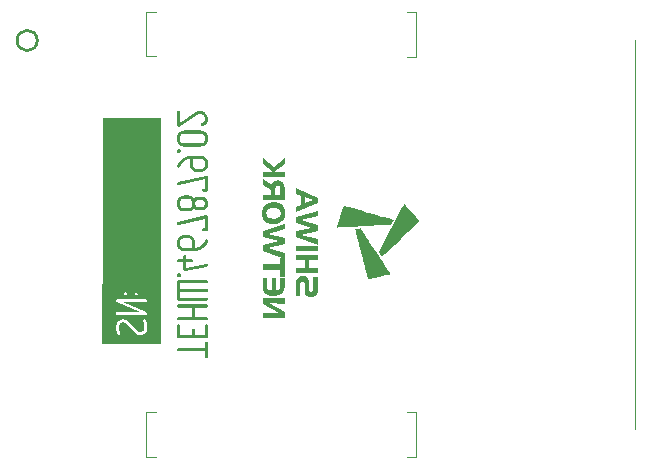
<source format=gbo>
G04*
G04 #@! TF.GenerationSoftware,Altium Limited,Altium Designer,24.4.1 (13)*
G04*
G04 Layer_Color=16776960*
%FSLAX44Y44*%
%MOMM*%
G71*
G04*
G04 #@! TF.SameCoordinates,04CD6EF2-C197-4A20-A1F8-E206C623F04C*
G04*
G04*
G04 #@! TF.FilePolarity,Positive*
G04*
G01*
G75*
%ADD13C,0.2540*%
%ADD15C,0.1200*%
%ADD17C,0.1200*%
%ADD97R,5.0000X14.1000*%
G36*
X306617Y224060D02*
X307138Y223930D01*
X310785Y222888D01*
X311306Y222758D01*
X315865Y221455D01*
X316386Y221325D01*
X320033Y220283D01*
X320555Y220153D01*
X324202Y219111D01*
X324723Y218981D01*
X328370Y217938D01*
X328891Y217808D01*
X332538Y216766D01*
X333059Y216636D01*
X335794Y215854D01*
X336381Y215659D01*
X336446Y215594D01*
X337422Y215399D01*
X338139Y215203D01*
X340874Y214422D01*
X341395Y214291D01*
X345042Y213249D01*
X345498Y213054D01*
X343349Y208821D01*
X342828Y208690D01*
X337813Y208495D01*
X318666Y207583D01*
X310590Y207192D01*
X307594Y207062D01*
X299388Y206672D01*
X297239Y206606D01*
X297174Y206802D01*
X297434Y207453D01*
X297630Y208169D01*
X298086Y209667D01*
X302645Y224256D01*
X302970Y225103D01*
X306617Y224060D01*
D02*
G37*
G36*
X355398Y225428D02*
X355528Y225168D01*
X356570Y224126D01*
X356700Y223865D01*
X357873Y222693D01*
X358003Y222432D01*
X359175Y221260D01*
X359305Y221000D01*
X360477Y219827D01*
X360608Y219567D01*
X361780Y218394D01*
X361910Y218134D01*
X362952Y217092D01*
X363083Y216831D01*
X364255Y215659D01*
X364385Y215399D01*
X365558Y214226D01*
X365688Y213966D01*
X366860Y212794D01*
X367121Y212272D01*
X365492Y210644D01*
X365232Y210514D01*
X362757Y208039D01*
X362496Y207909D01*
X360022Y205434D01*
X359761Y205304D01*
X357156Y202699D01*
X356896Y202568D01*
X354421Y200094D01*
X354160Y199963D01*
X351555Y197358D01*
X351295Y197228D01*
X348820Y194753D01*
X348559Y194623D01*
X346084Y192148D01*
X345824Y192018D01*
X343219Y189413D01*
X342958Y189282D01*
X340484Y186808D01*
X340223Y186677D01*
X337618Y184072D01*
X337357Y183942D01*
X335404Y181988D01*
X335143Y182118D01*
X334948Y182314D01*
X334817Y182574D01*
X333515Y184398D01*
X333385Y184659D01*
X333124Y184919D01*
X332994Y185180D01*
X332603Y185831D01*
X338855Y197684D01*
X346410Y212012D01*
X352662Y223865D01*
X353053Y224516D01*
Y224647D01*
X353834Y226079D01*
X354160Y226666D01*
X355398Y225428D01*
D02*
G37*
G36*
X317493Y205630D02*
X317624Y205369D01*
X318275Y204457D01*
X318405Y204197D01*
X318926Y203415D01*
X319057Y203155D01*
X319708Y202243D01*
X319838Y201982D01*
X320489Y201071D01*
X320620Y200810D01*
X321271Y199898D01*
X321401Y199638D01*
X321792Y199117D01*
Y198986D01*
X322443Y198075D01*
X322573Y197814D01*
X323225Y196902D01*
X323355Y196642D01*
X324006Y195730D01*
X324137Y195470D01*
X324658Y194688D01*
X324788Y194428D01*
X325439Y193516D01*
X325569Y193255D01*
X326221Y192344D01*
X326351Y192083D01*
X327002Y191171D01*
X327132Y190911D01*
X328891Y188241D01*
X329933Y186677D01*
X330845Y185245D01*
X332929Y182118D01*
X333580Y181077D01*
X335143Y178732D01*
X336055Y177299D01*
X338139Y174173D01*
X338790Y173131D01*
X340874Y170005D01*
X341786Y168572D01*
X342307Y167791D01*
X342633Y167204D01*
X342047Y167009D01*
X341200Y166814D01*
X340158Y166553D01*
X339507Y166423D01*
X338465Y166162D01*
X337813Y166032D01*
X336250Y165641D01*
X335599Y165511D01*
X334036Y165120D01*
X333385Y164990D01*
X331822Y164599D01*
X331170Y164469D01*
X330128Y164209D01*
X329477Y164078D01*
X327914Y163687D01*
X327263Y163557D01*
X325700Y163167D01*
X325048Y163036D01*
X324006Y162776D01*
X323811Y162711D01*
X323615Y163297D01*
X323355Y164209D01*
X322964Y165772D01*
X322704Y166683D01*
X322313Y168246D01*
X322052Y169158D01*
X321662Y170721D01*
X321401Y171633D01*
X321010Y173196D01*
X320750Y174108D01*
X320359Y175671D01*
X320099Y176583D01*
X319838Y177625D01*
X319578Y178536D01*
X319187Y180100D01*
X318926Y181011D01*
X318536Y182574D01*
X318275Y183486D01*
X317884Y185049D01*
X317624Y185961D01*
X317233Y187524D01*
X316973Y188436D01*
X316582Y189999D01*
X316321Y190911D01*
X315931Y192474D01*
X315670Y193386D01*
X315279Y194949D01*
X315019Y195860D01*
X314628Y197423D01*
X314367Y198335D01*
X313977Y199898D01*
X313716Y200810D01*
X313325Y202373D01*
X313065Y203285D01*
X312544Y205369D01*
X313065Y205499D01*
X314498Y205630D01*
X315800Y205760D01*
X317298Y205825D01*
X317493Y205630D01*
D02*
G37*
G36*
X148588Y108130D02*
X98588D01*
Y159130D01*
X148588D01*
Y108130D01*
D02*
G37*
G36*
X243799Y258020D02*
X252956Y265327D01*
Y260362D01*
X244198Y253574D01*
X252956D01*
Y249235D01*
X234256D01*
Y253574D01*
X243293D01*
X234256Y260109D01*
Y265393D01*
X243799Y258020D01*
D02*
G37*
G36*
X241936Y242847D02*
X242015Y243180D01*
X242122Y243499D01*
X242242Y243792D01*
X242388Y244058D01*
X242548Y244324D01*
X242721Y244550D01*
X242894Y244777D01*
X243093Y244976D01*
X243293Y245163D01*
X243506Y245336D01*
X243732Y245495D01*
X243959Y245629D01*
X244185Y245762D01*
X244411Y245881D01*
X244877Y246068D01*
X245329Y246227D01*
X245755Y246334D01*
X246155Y246427D01*
X246341Y246454D01*
X246501Y246480D01*
X246660Y246494D01*
X246794Y246507D01*
X246927Y246520D01*
X247020D01*
X247113Y246534D01*
X247166D01*
X247206D01*
X247220D01*
X247579Y246520D01*
X247938Y246480D01*
X248271Y246427D01*
X248590Y246361D01*
X248883Y246281D01*
X249163Y246187D01*
X249416Y246081D01*
X249655Y245988D01*
X249868Y245881D01*
X250054Y245775D01*
X250214Y245682D01*
X250347Y245602D01*
X250454Y245535D01*
X250534Y245482D01*
X250587Y245442D01*
X250600Y245429D01*
X250813Y245322D01*
X251013Y245189D01*
X251199Y245056D01*
X251372Y244897D01*
X251545Y244710D01*
X251691Y244524D01*
X251958Y244125D01*
X252197Y243685D01*
X252384Y243220D01*
X252543Y242740D01*
X252663Y242274D01*
X252756Y241809D01*
X252836Y241383D01*
X252889Y240970D01*
X252903Y240797D01*
X252916Y240624D01*
X252929Y240464D01*
X252943Y240331D01*
Y240198D01*
X252956Y240105D01*
Y230229D01*
X234256D01*
Y234568D01*
X241403D01*
Y238654D01*
X234256Y242661D01*
Y247372D01*
X241936Y242847D01*
D02*
G37*
G36*
X244464Y228100D02*
X244877Y228073D01*
X245290Y228033D01*
X245676Y227980D01*
X246048Y227927D01*
X246408Y227860D01*
X246754Y227780D01*
X247086Y227701D01*
X247406Y227607D01*
X247712Y227514D01*
X247992Y227421D01*
X248271Y227328D01*
X248537Y227221D01*
X248777Y227115D01*
X249016Y227022D01*
X249229Y226915D01*
X249429Y226809D01*
X249629Y226702D01*
X249802Y226609D01*
X249961Y226516D01*
X250108Y226423D01*
X250241Y226330D01*
X250361Y226250D01*
X250467Y226183D01*
X250560Y226103D01*
X250640Y226050D01*
X250707Y225997D01*
X250746Y225957D01*
X250786Y225930D01*
X250813Y225917D01*
Y225904D01*
X251039Y225678D01*
X251252Y225451D01*
X251452Y225198D01*
X251638Y224932D01*
X251971Y224400D01*
X252250Y223827D01*
X252490Y223242D01*
X252690Y222643D01*
X252863Y222057D01*
X252996Y221485D01*
X253089Y220939D01*
X253169Y220434D01*
X253195Y220207D01*
X253222Y219981D01*
X253249Y219768D01*
X253262Y219582D01*
X253275Y219409D01*
X253289Y219249D01*
Y219116D01*
X253302Y219009D01*
Y218370D01*
X253275Y217945D01*
X253195Y217159D01*
X253062Y216414D01*
X252889Y215722D01*
X252676Y215083D01*
X252423Y214471D01*
X252131Y213925D01*
X251811Y213406D01*
X251465Y212940D01*
X251093Y212501D01*
X250693Y212115D01*
X250281Y211756D01*
X249868Y211436D01*
X249429Y211143D01*
X248990Y210877D01*
X248537Y210651D01*
X248098Y210438D01*
X247645Y210265D01*
X247220Y210105D01*
X246794Y209972D01*
X246381Y209852D01*
X245982Y209759D01*
X245609Y209693D01*
X245263Y209626D01*
X244944Y209573D01*
X244651Y209546D01*
X244398Y209520D01*
X244185Y209493D01*
X244012D01*
X243879Y209480D01*
X243799D01*
X243786D01*
X243772D01*
X243320D01*
X242881Y209506D01*
X242455Y209533D01*
X242042Y209573D01*
X241643Y209626D01*
X241270Y209679D01*
X240897Y209746D01*
X240551Y209812D01*
X240219Y209892D01*
X239886Y209972D01*
X239580Y210065D01*
X239287Y210159D01*
X239007Y210252D01*
X238741Y210358D01*
X238488Y210451D01*
X238262Y210558D01*
X238036Y210651D01*
X237836Y210757D01*
X237637Y210851D01*
X237464Y210944D01*
X237304Y211037D01*
X237144Y211130D01*
X237011Y211210D01*
X236891Y211290D01*
X236785Y211356D01*
X236692Y211423D01*
X236612Y211476D01*
X236558Y211529D01*
X236505Y211569D01*
X236465Y211596D01*
X236452Y211623D01*
X236439D01*
X236199Y211849D01*
X235986Y212075D01*
X235786Y212328D01*
X235587Y212581D01*
X235254Y213127D01*
X234948Y213699D01*
X234708Y214298D01*
X234496Y214897D01*
X234322Y215482D01*
X234189Y216068D01*
X234083Y216614D01*
X234003Y217133D01*
X233976Y217372D01*
X233950Y217585D01*
X233923Y217798D01*
X233910Y217998D01*
X233897Y218171D01*
X233883Y218331D01*
Y218464D01*
X233870Y218583D01*
Y218796D01*
X233883Y219222D01*
X233897Y219648D01*
X233937Y220047D01*
X233976Y220434D01*
X234109Y221179D01*
X234283Y221871D01*
X234509Y222523D01*
X234762Y223122D01*
X235068Y223681D01*
X235387Y224187D01*
X235747Y224666D01*
X236119Y225092D01*
X236532Y225491D01*
X236945Y225851D01*
X237384Y226170D01*
X237823Y226463D01*
X238275Y226729D01*
X238728Y226955D01*
X239181Y227168D01*
X239633Y227341D01*
X240072Y227501D01*
X240511Y227634D01*
X240937Y227754D01*
X241337Y227847D01*
X241709Y227913D01*
X242069Y227980D01*
X242401Y228033D01*
X242694Y228060D01*
X242947Y228086D01*
X243173Y228113D01*
X243346D01*
X243479Y228126D01*
X243519D01*
X243559D01*
X243586D01*
X244039D01*
X244464Y228100D01*
D02*
G37*
G36*
X252956Y204994D02*
X238954Y201254D01*
X252956Y197381D01*
Y192470D01*
X238954Y189103D01*
X252956Y185110D01*
Y180571D01*
X252929Y180580D01*
Y165012D01*
X249256D01*
Y170882D01*
X234256D01*
Y175354D01*
X249256D01*
Y181250D01*
X250878D01*
X234256Y186680D01*
Y191738D01*
X247832Y194959D01*
X234256Y198606D01*
Y203690D01*
X252956Y209373D01*
Y204994D01*
D02*
G37*
G36*
Y157466D02*
X252943Y156920D01*
X252916Y156401D01*
X252863Y155908D01*
X252796Y155443D01*
X252716Y155003D01*
X252623Y154591D01*
X252530Y154218D01*
X252437Y153885D01*
X252330Y153579D01*
X252237Y153300D01*
X252144Y153074D01*
X252064Y152887D01*
X251998Y152727D01*
X251944Y152621D01*
X251918Y152555D01*
X251905Y152528D01*
X251691Y152182D01*
X251465Y151849D01*
X251212Y151543D01*
X250933Y151250D01*
X250640Y150984D01*
X250334Y150731D01*
X250014Y150505D01*
X249682Y150292D01*
X249336Y150092D01*
X248976Y149919D01*
X248617Y149746D01*
X248258Y149600D01*
X247898Y149467D01*
X247526Y149347D01*
X246807Y149134D01*
X246115Y148974D01*
X245769Y148921D01*
X245449Y148854D01*
X245143Y148814D01*
X244850Y148775D01*
X244584Y148748D01*
X244331Y148721D01*
X244092Y148695D01*
X243892Y148681D01*
X243706Y148668D01*
X243559D01*
X243426Y148655D01*
X243346D01*
X243280D01*
X243267D01*
X242801Y148668D01*
X242348Y148695D01*
X241909Y148735D01*
X241483Y148788D01*
X241084Y148854D01*
X240698Y148934D01*
X240325Y149028D01*
X239966Y149121D01*
X239620Y149240D01*
X239287Y149347D01*
X238981Y149480D01*
X238688Y149613D01*
X238395Y149746D01*
X238129Y149879D01*
X237889Y150012D01*
X237650Y150159D01*
X237424Y150305D01*
X237224Y150438D01*
X237024Y150571D01*
X236851Y150718D01*
X236692Y150838D01*
X236545Y150971D01*
X236399Y151077D01*
X236292Y151197D01*
X236186Y151290D01*
X236093Y151383D01*
X236013Y151463D01*
X235946Y151530D01*
X235906Y151583D01*
X235866Y151623D01*
X235853Y151650D01*
X235840Y151663D01*
X235667Y151889D01*
X235494Y152115D01*
X235347Y152342D01*
X235214Y152568D01*
X234988Y153007D01*
X234895Y153220D01*
X234802Y153420D01*
X234735Y153606D01*
X234669Y153766D01*
X234615Y153925D01*
X234575Y154045D01*
X234549Y154152D01*
X234522Y154232D01*
X234509Y154285D01*
Y154298D01*
X234469Y154511D01*
X234429Y154751D01*
X234362Y155243D01*
X234322Y155762D01*
X234283Y156255D01*
Y156481D01*
X234269Y156680D01*
Y156880D01*
X234256Y157040D01*
Y164081D01*
X237929D01*
Y157532D01*
X237943Y157027D01*
X237969Y156787D01*
X237996Y156561D01*
X238023Y156361D01*
X238062Y156161D01*
X238102Y155988D01*
X238142Y155815D01*
X238169Y155669D01*
X238209Y155549D01*
X238249Y155443D01*
X238275Y155350D01*
X238302Y155270D01*
X238329Y155216D01*
X238342Y155190D01*
Y155176D01*
X238515Y154884D01*
X238715Y154618D01*
X238954Y154391D01*
X239220Y154192D01*
X239513Y154032D01*
X239806Y153885D01*
X240112Y153779D01*
X240405Y153686D01*
X240698Y153619D01*
X240964Y153566D01*
X241217Y153526D01*
X241443Y153499D01*
X241630Y153486D01*
X241763Y153473D01*
X241816D01*
X241856D01*
X241869D01*
X241882D01*
Y164081D01*
X245556D01*
Y153473D01*
X245835Y153486D01*
X246115Y153513D01*
X246368Y153566D01*
X246594Y153619D01*
X246780Y153659D01*
X246927Y153712D01*
X246980Y153726D01*
X247033Y153739D01*
X247047Y153752D01*
X247060D01*
X247446Y153939D01*
X247792Y154165D01*
X248085Y154418D01*
X248351Y154711D01*
X248564Y155003D01*
X248737Y155323D01*
X248883Y155642D01*
X249003Y155962D01*
X249096Y156268D01*
X249163Y156561D01*
X249216Y156814D01*
X249243Y157053D01*
X249269Y157240D01*
Y157319D01*
X249282Y157399D01*
Y164081D01*
X252956D01*
Y157466D01*
D02*
G37*
G36*
Y142146D02*
X239873Y142319D01*
X252956Y135279D01*
Y130048D01*
X234256D01*
Y134480D01*
X248005Y134307D01*
X234256Y141721D01*
Y146565D01*
X252956D01*
Y142146D01*
D02*
G37*
G36*
X281130Y231931D02*
Y227553D01*
X262430Y219766D01*
Y224252D01*
X266756Y225875D01*
Y233422D01*
X262430Y235086D01*
Y239784D01*
X281130Y231931D01*
D02*
G37*
G36*
Y216599D02*
X267128Y212859D01*
X281130Y208986D01*
Y204074D01*
X267128Y200707D01*
X281130Y196714D01*
Y192176D01*
X262430Y198285D01*
Y203342D01*
X276006Y206563D01*
X262430Y210210D01*
Y215294D01*
X281130Y220977D01*
Y216599D01*
D02*
G37*
G36*
Y186426D02*
X262430D01*
Y190938D01*
X281130D01*
Y186426D01*
D02*
G37*
G36*
Y178799D02*
X273757D01*
Y172304D01*
X281130D01*
Y167965D01*
X262430D01*
Y172304D01*
X270030D01*
Y178799D01*
X262430D01*
Y183152D01*
X281130D01*
Y178799D01*
D02*
G37*
G36*
X268486Y165610D02*
X268819Y165596D01*
X269138Y165570D01*
X269431Y165516D01*
X269710Y165476D01*
X269963Y165423D01*
X270203Y165357D01*
X270416Y165303D01*
X270602Y165237D01*
X270775Y165184D01*
X270921Y165117D01*
X271041Y165077D01*
X271134Y165037D01*
X271201Y164997D01*
X271241Y164984D01*
X271254Y164971D01*
X271467Y164851D01*
X271653Y164718D01*
X271840Y164558D01*
X272000Y164398D01*
X272306Y164026D01*
X272572Y163613D01*
X272785Y163187D01*
X272971Y162735D01*
X273131Y162269D01*
X273251Y161816D01*
X273344Y161377D01*
X273410Y160951D01*
X273464Y160565D01*
X273477Y160392D01*
X273490Y160233D01*
X273504Y160086D01*
X273517Y159953D01*
Y159833D01*
X273530Y159740D01*
Y154483D01*
X273543Y154110D01*
X273610Y153777D01*
X273690Y153485D01*
X273796Y153245D01*
X273930Y153032D01*
X274076Y152859D01*
X274236Y152726D01*
X274395Y152606D01*
X274555Y152526D01*
X274701Y152460D01*
X274848Y152407D01*
X274981Y152380D01*
X275087Y152353D01*
X275167Y152340D01*
X275234D01*
X275247D01*
X275447Y152353D01*
X275620Y152367D01*
X275793Y152407D01*
X275952Y152460D01*
X276245Y152593D01*
X276485Y152753D01*
X276698Y152965D01*
X276871Y153192D01*
X277004Y153431D01*
X277124Y153684D01*
X277217Y153924D01*
X277283Y154163D01*
X277323Y154390D01*
X277363Y154603D01*
X277377Y154762D01*
X277390Y154895D01*
Y164731D01*
X281130D01*
Y154456D01*
X281117Y153857D01*
X281103Y153578D01*
X281077Y153312D01*
X281050Y153045D01*
X281024Y152806D01*
X280984Y152579D01*
X280957Y152380D01*
X280930Y152193D01*
X280890Y152034D01*
X280864Y151887D01*
X280837Y151768D01*
X280811Y151674D01*
X280797Y151595D01*
X280784Y151555D01*
Y151541D01*
X280677Y151209D01*
X280558Y150889D01*
X280425Y150596D01*
X280265Y150317D01*
X280092Y150064D01*
X279919Y149824D01*
X279719Y149598D01*
X279506Y149398D01*
X279293Y149212D01*
X279080Y149039D01*
X278854Y148879D01*
X278615Y148733D01*
X278375Y148600D01*
X278149Y148493D01*
X277670Y148294D01*
X277217Y148134D01*
X276778Y148028D01*
X276378Y147948D01*
X276192Y147908D01*
X276019Y147881D01*
X275859Y147868D01*
X275726Y147855D01*
X275593Y147841D01*
X275500D01*
X275407Y147828D01*
X275354D01*
X275314D01*
X275300D01*
X274755Y147855D01*
X274249Y147908D01*
X273783Y147988D01*
X273357Y148108D01*
X272971Y148227D01*
X272612Y148374D01*
X272292Y148533D01*
X272013Y148706D01*
X271773Y148866D01*
X271560Y149026D01*
X271374Y149172D01*
X271228Y149305D01*
X271121Y149412D01*
X271041Y149492D01*
X270988Y149558D01*
X270975Y149572D01*
X270775Y149864D01*
X270602Y150197D01*
X270442Y150556D01*
X270309Y150916D01*
X270203Y151288D01*
X270110Y151674D01*
X270030Y152047D01*
X269977Y152407D01*
X269923Y152753D01*
X269897Y153085D01*
X269870Y153365D01*
X269843Y153618D01*
Y153831D01*
X269830Y153924D01*
Y158862D01*
X269817Y159075D01*
X269804Y159274D01*
X269777Y159447D01*
X269750Y159620D01*
X269724Y159767D01*
X269684Y159900D01*
X269657Y160020D01*
X269631Y160113D01*
X269590Y160206D01*
X269564Y160286D01*
X269537Y160339D01*
X269511Y160392D01*
X269497Y160419D01*
X269484Y160445D01*
X269404Y160565D01*
X269311Y160658D01*
X269191Y160752D01*
X269085Y160818D01*
X268832Y160938D01*
X268579Y161018D01*
X268339Y161058D01*
X268233Y161084D01*
X268153D01*
X268073Y161098D01*
X268020D01*
X267980D01*
X267967D01*
X267767Y161084D01*
X267581Y161071D01*
X267421Y161031D01*
X267261Y160978D01*
X267128Y160925D01*
X267008Y160858D01*
X266902Y160778D01*
X266796Y160712D01*
X266649Y160565D01*
X266543Y160445D01*
X266503Y160392D01*
X266476Y160366D01*
X266463Y160339D01*
Y160326D01*
X266410Y160206D01*
X266370Y160073D01*
X266290Y159767D01*
X266236Y159447D01*
X266210Y159128D01*
X266183Y158835D01*
Y158715D01*
X266170Y158609D01*
Y148547D01*
X262430D01*
Y158995D01*
X262443Y159594D01*
X262496Y160166D01*
X262576Y160685D01*
X262670Y161178D01*
X262803Y161643D01*
X262962Y162069D01*
X263135Y162468D01*
X263322Y162828D01*
X263535Y163161D01*
X263761Y163467D01*
X263987Y163746D01*
X264240Y163999D01*
X264493Y164239D01*
X264759Y164438D01*
X265012Y164625D01*
X265292Y164798D01*
X265558Y164944D01*
X265824Y165064D01*
X266077Y165184D01*
X266330Y165277D01*
X266583Y165357D01*
X266822Y165423D01*
X267035Y165476D01*
X267248Y165516D01*
X267434Y165556D01*
X267607Y165583D01*
X267767Y165596D01*
X267900Y165610D01*
X267993Y165623D01*
X268073D01*
X268127D01*
X268140D01*
X268486Y165610D01*
D02*
G37*
G36*
X181976Y305679D02*
X182443Y305596D01*
X182876Y305496D01*
X183293Y305362D01*
X183659Y305196D01*
X183992Y305012D01*
X184292Y304813D01*
X184559Y304613D01*
X184809Y304413D01*
X185009Y304213D01*
X185175Y304029D01*
X185325Y303863D01*
X185442Y303729D01*
X185509Y303629D01*
X185559Y303546D01*
X185575Y303530D01*
X186025Y303096D01*
X186425Y302647D01*
X186758Y302213D01*
X187041Y301763D01*
X187291Y301347D01*
X187508Y300930D01*
X187675Y300514D01*
X187808Y300147D01*
X187908Y299797D01*
X187991Y299481D01*
X188041Y299197D01*
X188091Y298947D01*
X188108Y298748D01*
X188125Y298598D01*
Y298481D01*
X188108Y298114D01*
X188075Y297748D01*
X188025Y297398D01*
X187958Y297081D01*
X187875Y296765D01*
X187775Y296465D01*
X187691Y296198D01*
X187591Y295948D01*
X187475Y295715D01*
X187391Y295515D01*
X187291Y295332D01*
X187208Y295182D01*
X187141Y295065D01*
X187092Y294982D01*
X187058Y294932D01*
X187041Y294915D01*
X186808Y294599D01*
X186542Y294315D01*
X186275Y294032D01*
X185992Y293782D01*
X185692Y293549D01*
X185392Y293349D01*
X185109Y293166D01*
X184809Y292999D01*
X184542Y292849D01*
X184292Y292716D01*
X184059Y292616D01*
X183859Y292516D01*
X183709Y292449D01*
X183576Y292399D01*
X183509Y292382D01*
X183476Y292366D01*
X183143Y292316D01*
X182909Y292332D01*
X182709Y292382D01*
X182543Y292432D01*
X182393Y292516D01*
X182293Y292582D01*
X182209Y292632D01*
X182159Y292682D01*
X182143Y292699D01*
X182026Y292866D01*
X181943Y293032D01*
X181893Y293199D01*
X181859Y293365D01*
X181826Y293499D01*
X181810Y293615D01*
Y293715D01*
X181876Y293965D01*
X181943Y294149D01*
X181959Y294232D01*
X181993Y294282D01*
X182010Y294315D01*
Y294332D01*
X182109Y294449D01*
X182193Y294548D01*
X182293Y294615D01*
X182376Y294682D01*
X182443Y294732D01*
X182493Y294765D01*
X182526Y294782D01*
X182543D01*
X182843Y294915D01*
X183126Y295048D01*
X183376Y295182D01*
X183609Y295315D01*
X183826Y295465D01*
X184009Y295598D01*
X184192Y295732D01*
X184326Y295865D01*
X184459Y295982D01*
X184576Y296082D01*
X184659Y296181D01*
X184742Y296265D01*
X184792Y296331D01*
X184825Y296381D01*
X184859Y296415D01*
Y296431D01*
X185075Y296798D01*
X185242Y297181D01*
X185359Y297531D01*
X185425Y297864D01*
X185475Y298148D01*
X185492Y298264D01*
Y298364D01*
X185509Y298447D01*
Y298564D01*
X185492Y298881D01*
X185459Y299181D01*
X185409Y299464D01*
X185342Y299714D01*
X185275Y299930D01*
X185225Y300081D01*
X185209Y300147D01*
X185192Y300197D01*
X185175Y300214D01*
Y300230D01*
X185042Y300530D01*
X184892Y300814D01*
X184742Y301063D01*
X184609Y301280D01*
X184475Y301447D01*
X184375Y301580D01*
X184309Y301663D01*
X184276Y301697D01*
X184059Y301930D01*
X183826Y302147D01*
X183592Y302330D01*
X183359Y302480D01*
X183109Y302613D01*
X182893Y302713D01*
X182659Y302813D01*
X182443Y302880D01*
X182243Y302930D01*
X182059Y302980D01*
X181893Y303013D01*
X181759Y303030D01*
X181643D01*
X181543Y303046D01*
X181493D01*
X181476D01*
X181243D01*
X181010Y303013D01*
X180810Y302980D01*
X180627Y302946D01*
X180460Y302913D01*
X180343Y302880D01*
X180277Y302863D01*
X180243Y302846D01*
X179660Y302596D01*
X178944Y302213D01*
X163764Y292166D01*
X163581Y292083D01*
X163398Y292033D01*
X163314D01*
X163248Y292016D01*
X163198D01*
X163181D01*
X162981Y292033D01*
X162814Y292066D01*
X162648Y292132D01*
X162514Y292199D01*
X162398Y292249D01*
X162298Y292316D01*
X162248Y292349D01*
X162231Y292366D01*
X162098Y292532D01*
X161998Y292699D01*
X161915Y292866D01*
X161865Y292999D01*
X161831Y293116D01*
X161815Y293216D01*
Y304213D01*
X161831Y304429D01*
X161881Y304629D01*
X161948Y304779D01*
X162031Y304912D01*
X162098Y305029D01*
X162164Y305096D01*
X162215Y305146D01*
X162231Y305163D01*
X162381Y305279D01*
X162548Y305362D01*
X162698Y305412D01*
X162831Y305462D01*
X162948Y305479D01*
X163031Y305496D01*
X163098D01*
X163114D01*
X163281Y305479D01*
X163448Y305429D01*
X163598Y305362D01*
X163731Y305296D01*
X163831Y305229D01*
X163914Y305163D01*
X163964Y305112D01*
X163981Y305096D01*
X164114Y304946D01*
X164214Y304796D01*
X164297Y304646D01*
X164347Y304513D01*
X164381Y304379D01*
X164397Y304296D01*
Y295398D01*
X177511Y304379D01*
X177944Y304629D01*
X178344Y304846D01*
X178694Y305012D01*
X179010Y305163D01*
X179260Y305263D01*
X179360Y305312D01*
X179443Y305346D01*
X179510Y305362D01*
X179577Y305379D01*
X179593Y305396D01*
X179610D01*
X179960Y305496D01*
X180293Y305562D01*
X180610Y305629D01*
X180893Y305662D01*
X181126Y305679D01*
X181310Y305696D01*
X181376D01*
X181443D01*
X181460D01*
X181476D01*
X181976Y305679D01*
D02*
G37*
G36*
X182709Y288783D02*
X183126Y288733D01*
X183542Y288633D01*
X183926Y288533D01*
X184292Y288400D01*
X184625Y288250D01*
X184942Y288083D01*
X185225Y287934D01*
X185492Y287767D01*
X185725Y287600D01*
X185925Y287450D01*
X186092Y287317D01*
X186225Y287217D01*
X186308Y287134D01*
X186375Y287067D01*
X186392Y287050D01*
X186692Y286717D01*
X186958Y286384D01*
X187192Y286034D01*
X187391Y285667D01*
X187558Y285318D01*
X187691Y284984D01*
X187808Y284651D01*
X187891Y284335D01*
X187958Y284035D01*
X188025Y283768D01*
X188058Y283535D01*
X188075Y283318D01*
X188091Y283151D01*
X188108Y283018D01*
Y281085D01*
X188091Y280635D01*
X188025Y280202D01*
X187941Y279786D01*
X187825Y279402D01*
X187691Y279019D01*
X187541Y278686D01*
X187391Y278369D01*
X187225Y278086D01*
X187058Y277819D01*
X186908Y277586D01*
X186758Y277386D01*
X186625Y277220D01*
X186508Y277086D01*
X186425Y277003D01*
X186358Y276936D01*
X186342Y276920D01*
X186008Y276620D01*
X185658Y276370D01*
X185309Y276137D01*
X184959Y275953D01*
X184625Y275787D01*
X184276Y275653D01*
X183959Y275537D01*
X183642Y275453D01*
X183359Y275370D01*
X183092Y275320D01*
X182859Y275287D01*
X182659Y275270D01*
X182493Y275254D01*
X182359Y275237D01*
X182293D01*
X182259D01*
X167663D01*
X167213Y275254D01*
X166780Y275320D01*
X166364Y275403D01*
X165980Y275520D01*
X165597Y275653D01*
X165264Y275803D01*
X164947Y275970D01*
X164664Y276137D01*
X164397Y276303D01*
X164164Y276470D01*
X163964Y276620D01*
X163797Y276753D01*
X163664Y276870D01*
X163581Y276953D01*
X163514Y277020D01*
X163498Y277036D01*
X163198Y277386D01*
X162948Y277719D01*
X162714Y278086D01*
X162531Y278436D01*
X162365Y278769D01*
X162231Y279102D01*
X162115Y279436D01*
X162031Y279736D01*
X161948Y280019D01*
X161898Y280285D01*
X161865Y280502D01*
X161848Y280702D01*
X161831Y280869D01*
X161815Y280985D01*
Y282918D01*
X161831Y283368D01*
X161881Y283801D01*
X161981Y284201D01*
X162081Y284601D01*
X162215Y284951D01*
X162365Y285301D01*
X162514Y285618D01*
X162681Y285901D01*
X162831Y286167D01*
X162981Y286401D01*
X163131Y286601D01*
X163264Y286767D01*
X163381Y286901D01*
X163464Y286984D01*
X163514Y287050D01*
X163531Y287067D01*
X163864Y287367D01*
X164214Y287634D01*
X164564Y287867D01*
X164914Y288067D01*
X165264Y288234D01*
X165597Y288383D01*
X165930Y288500D01*
X166247Y288583D01*
X166547Y288650D01*
X166813Y288717D01*
X167047Y288750D01*
X167263Y288767D01*
X167430Y288783D01*
X167563Y288800D01*
X167630D01*
X167663D01*
X182259D01*
X182709Y288783D01*
D02*
G37*
G36*
X163797Y273154D02*
X164014Y273087D01*
X164214Y273004D01*
X164397Y272904D01*
X164547Y272787D01*
X164647Y272704D01*
X164731Y272638D01*
X164747Y272621D01*
X164930Y272404D01*
X165064Y272204D01*
X165164Y271988D01*
X165230Y271804D01*
X165264Y271638D01*
X165297Y271521D01*
Y271404D01*
X165264Y271088D01*
X165197Y270821D01*
X165081Y270605D01*
X164964Y270421D01*
X164847Y270271D01*
X164731Y270171D01*
X164664Y270105D01*
X164631Y270088D01*
X164397Y269938D01*
X164197Y269838D01*
X164014Y269755D01*
X163847Y269705D01*
X163731Y269672D01*
X163647Y269655D01*
X163581D01*
X163564D01*
X163314Y269672D01*
X163064Y269738D01*
X162848Y269805D01*
X162664Y269905D01*
X162498Y269988D01*
X162381Y270072D01*
X162314Y270121D01*
X162281Y270138D01*
X162131Y270321D01*
X162015Y270538D01*
X161931Y270738D01*
X161881Y270955D01*
X161848Y271121D01*
X161815Y271271D01*
Y271404D01*
X161831Y271704D01*
X161898Y271971D01*
X161981Y272188D01*
X162098Y272371D01*
X162198Y272521D01*
X162281Y272621D01*
X162348Y272687D01*
X162365Y272704D01*
X162581Y272854D01*
X162798Y272971D01*
X162998Y273054D01*
X163181Y273121D01*
X163331Y273154D01*
X163464Y273171D01*
X163531D01*
X163564D01*
X163797Y273154D01*
D02*
G37*
G36*
X183476Y267239D02*
X184509Y266939D01*
X184892Y266756D01*
X185259Y266522D01*
X185609Y266289D01*
X185909Y266039D01*
X186158Y265823D01*
X186258Y265723D01*
X186342Y265639D01*
X186408Y265573D01*
X186458Y265523D01*
X186492Y265489D01*
X186508Y265473D01*
X186792Y265173D01*
X187041Y264839D01*
X187258Y264523D01*
X187441Y264190D01*
X187591Y263856D01*
X187725Y263523D01*
X187825Y263190D01*
X187908Y262890D01*
X187975Y262607D01*
X188025Y262340D01*
X188058Y262090D01*
X188091Y261890D01*
Y261724D01*
X188108Y261590D01*
Y259657D01*
X188091Y259208D01*
X188025Y258774D01*
X187941Y258358D01*
X187825Y257975D01*
X187691Y257591D01*
X187541Y257258D01*
X187391Y256942D01*
X187225Y256658D01*
X187058Y256392D01*
X186908Y256158D01*
X186758Y255958D01*
X186625Y255792D01*
X186508Y255658D01*
X186425Y255575D01*
X186358Y255508D01*
X186342Y255492D01*
X186008Y255192D01*
X185658Y254925D01*
X185309Y254709D01*
X184959Y254509D01*
X184625Y254342D01*
X184276Y254209D01*
X183959Y254092D01*
X183642Y254009D01*
X183359Y253942D01*
X183092Y253876D01*
X182859Y253842D01*
X182659Y253826D01*
X182493Y253809D01*
X182359Y253792D01*
X182293D01*
X182259D01*
X178610D01*
X178160Y253809D01*
X177727Y253859D01*
X177311Y253942D01*
X176927Y254059D01*
X176544Y254192D01*
X176211Y254326D01*
X175894Y254492D01*
X175611Y254642D01*
X175345Y254809D01*
X175111Y254959D01*
X174911Y255092D01*
X174745Y255225D01*
X174611Y255342D01*
X174528Y255425D01*
X174461Y255475D01*
X174445Y255492D01*
X174145Y255825D01*
X173895Y256158D01*
X173662Y256508D01*
X173478Y256858D01*
X173312Y257208D01*
X173178Y257558D01*
X173062Y257891D01*
X172978Y258208D01*
X172895Y258508D01*
X172845Y258791D01*
X172812Y259041D01*
X172795Y259241D01*
X172778Y259424D01*
X172762Y259541D01*
Y264739D01*
X172462Y264723D01*
X172129Y264673D01*
X171795Y264590D01*
X171462Y264506D01*
X171162Y264406D01*
X171046Y264373D01*
X170929Y264340D01*
X170846Y264306D01*
X170779Y264273D01*
X170729Y264256D01*
X170712D01*
X170229Y264073D01*
X169796Y263873D01*
X169379Y263690D01*
X169030Y263507D01*
X168863Y263423D01*
X168729Y263356D01*
X168613Y263290D01*
X168513Y263240D01*
X168430Y263190D01*
X168363Y263157D01*
X168330Y263123D01*
X168313D01*
X167763Y262740D01*
X167263Y262340D01*
X167047Y262157D01*
X166830Y261973D01*
X166647Y261790D01*
X166463Y261624D01*
X166313Y261474D01*
X166180Y261340D01*
X166063Y261207D01*
X165964Y261107D01*
X165880Y261024D01*
X165830Y260957D01*
X165797Y260924D01*
X165780Y260907D01*
X165564Y260607D01*
X165447Y260441D01*
X164930Y259624D01*
X164647Y259058D01*
X164514Y258791D01*
X164414Y258541D01*
X164331Y258341D01*
X164264Y258174D01*
X164247Y258108D01*
X164231Y258058D01*
X164214Y258041D01*
Y258025D01*
X164181Y257925D01*
X164114Y257841D01*
X163981Y257708D01*
X163914Y257658D01*
X163847Y257625D01*
X163814Y257591D01*
X163797D01*
X163564Y257508D01*
X163331Y257458D01*
X163248D01*
X163181Y257441D01*
X163131D01*
X163114D01*
X162931Y257458D01*
X162748Y257491D01*
X162581Y257558D01*
X162431Y257625D01*
X162314Y257675D01*
X162231Y257741D01*
X162164Y257775D01*
X162148Y257791D01*
X162031Y257991D01*
X161948Y258174D01*
X161881Y258341D01*
X161848Y258474D01*
X161815Y258574D01*
X161798Y258641D01*
Y258708D01*
X161881Y259174D01*
X162198Y259891D01*
X162548Y260574D01*
X162931Y261207D01*
X163331Y261790D01*
X163748Y262340D01*
X164164Y262840D01*
X164597Y263307D01*
X164997Y263723D01*
X165397Y264090D01*
X165764Y264423D01*
X166097Y264690D01*
X166380Y264923D01*
X166630Y265089D01*
X166730Y265156D01*
X166813Y265223D01*
X166880Y265273D01*
X166930Y265289D01*
X166947Y265323D01*
X166963D01*
X167580Y265673D01*
X168213Y265989D01*
X168846Y266256D01*
X169463Y266489D01*
X170079Y266689D01*
X170679Y266839D01*
X171246Y266972D01*
X171779Y267089D01*
X172279Y267172D01*
X172745Y267239D01*
X173145Y267272D01*
X173478Y267306D01*
X173628Y267322D01*
X173762D01*
X173878Y267339D01*
X173978D01*
X174045D01*
X174095D01*
X174128D01*
X174145D01*
X182259D01*
X182843D01*
X183476Y267239D01*
D02*
G37*
G36*
X187075Y250560D02*
X187241Y250510D01*
X187391Y250460D01*
X187525Y250393D01*
X187625Y250310D01*
X187691Y250260D01*
X187741Y250210D01*
X187758Y250193D01*
X187875Y250043D01*
X187958Y249893D01*
X188025Y249743D01*
X188058Y249593D01*
X188091Y249460D01*
X188108Y249360D01*
Y238296D01*
X188091Y238063D01*
X188058Y237880D01*
X187991Y237696D01*
X187908Y237563D01*
X187808Y237430D01*
X187708Y237330D01*
X187591Y237246D01*
X187475Y237180D01*
X187225Y237080D01*
X187025Y237030D01*
X186942D01*
X186875Y237013D01*
X186842D01*
X186825D01*
X184092D01*
X183859Y237030D01*
X183659Y237080D01*
X183476Y237163D01*
X183342Y237246D01*
X183226Y237313D01*
X183143Y237397D01*
X183092Y237446D01*
X183076Y237463D01*
X182992Y237663D01*
X182926Y237846D01*
X182876Y237996D01*
X182843Y238113D01*
X182826Y238196D01*
X182809Y238263D01*
Y238313D01*
X182826Y238513D01*
X182859Y238680D01*
X182909Y238846D01*
X182976Y238979D01*
X183043Y239096D01*
X183092Y239179D01*
X183126Y239229D01*
X183143Y239246D01*
X183293Y239363D01*
X183442Y239463D01*
X183592Y239529D01*
X183742Y239563D01*
X183892Y239596D01*
X183992Y239613D01*
X184059D01*
X184092D01*
X185525D01*
Y247727D01*
X163364Y242495D01*
X163114Y242445D01*
X162881Y242462D01*
X162681Y242512D01*
X162498Y242595D01*
X162348Y242679D01*
X162231Y242762D01*
X162148Y242845D01*
X162098Y242895D01*
X162081Y242912D01*
X161998Y243078D01*
X161931Y243228D01*
X161881Y243395D01*
X161848Y243528D01*
X161831Y243662D01*
X161815Y243762D01*
Y243845D01*
X162048Y244561D01*
X162248Y244695D01*
X162398Y244811D01*
X162531Y244895D01*
X162648Y244961D01*
X162731Y244995D01*
X162781Y245028D01*
X162814Y245044D01*
X162831D01*
X186542Y250527D01*
X186875Y250576D01*
X187075Y250560D01*
D02*
G37*
G36*
X171612Y233764D02*
X171912Y233747D01*
X172479Y233631D01*
X173012Y233498D01*
X173245Y233414D01*
X173462Y233331D01*
X173662Y233231D01*
X173845Y233148D01*
X174011Y233081D01*
X174145Y233014D01*
X174245Y232948D01*
X174328Y232898D01*
X174378Y232881D01*
X174395Y232864D01*
X174661Y232698D01*
X174895Y232514D01*
X175111Y232331D01*
X175294Y232164D01*
X175461Y231981D01*
X175611Y231815D01*
X175744Y231665D01*
X175861Y231498D01*
X175961Y231365D01*
X176044Y231231D01*
X176111Y231115D01*
X176161Y231015D01*
X176194Y230948D01*
X176228Y230882D01*
X176244Y230848D01*
Y230832D01*
X176461Y231165D01*
X176728Y231465D01*
X176994Y231715D01*
X177261Y231931D01*
X177494Y232098D01*
X177694Y232215D01*
X177777Y232264D01*
X177827Y232298D01*
X177861Y232314D01*
X177877D01*
X178310Y232498D01*
X178744Y232631D01*
X179177Y232731D01*
X179560Y232798D01*
X179743Y232814D01*
X179910Y232831D01*
X180043Y232848D01*
X180177Y232864D01*
X180277D01*
X180343D01*
X180393D01*
X180410D01*
X182276D01*
X182859D01*
X183492Y232764D01*
X184526Y232464D01*
X184909Y232281D01*
X185275Y232081D01*
X185592Y231865D01*
X185875Y231648D01*
X186092Y231448D01*
X186258Y231298D01*
X186325Y231231D01*
X186375Y231181D01*
X186392Y231165D01*
X186408Y231148D01*
X186708Y230815D01*
X186975Y230465D01*
X187192Y230115D01*
X187391Y229765D01*
X187558Y229399D01*
X187691Y229049D01*
X187808Y228715D01*
X187891Y228399D01*
X187958Y228099D01*
X188025Y227832D01*
X188058Y227582D01*
X188075Y227366D01*
X188091Y227199D01*
X188108Y227083D01*
Y226383D01*
X188008Y225749D01*
X187708Y224733D01*
X187525Y224350D01*
X187325Y224000D01*
X187108Y223683D01*
X186908Y223400D01*
X186742Y223183D01*
X186592Y223017D01*
X186542Y222950D01*
X186492Y222900D01*
X186475Y222884D01*
X186458Y222867D01*
X186092Y222567D01*
X185725Y222300D01*
X185359Y222067D01*
X184992Y221867D01*
X184642Y221717D01*
X184292Y221567D01*
X183976Y221451D01*
X183659Y221367D01*
X183376Y221301D01*
X183109Y221234D01*
X182876Y221201D01*
X182676Y221184D01*
X182509Y221167D01*
X182393Y221151D01*
X182326D01*
X182293D01*
X180427D01*
X179910Y221167D01*
X179443Y221234D01*
X178994Y221334D01*
X178627Y221434D01*
X178460Y221484D01*
X178310Y221534D01*
X178177Y221584D01*
X178060Y221634D01*
X177977Y221667D01*
X177910Y221700D01*
X177877Y221717D01*
X177861D01*
X177461Y221950D01*
X177111Y222184D01*
X176828Y222434D01*
X176594Y222667D01*
X176411Y222867D01*
X176294Y223017D01*
X176244Y223083D01*
X176211Y223134D01*
X176194Y223150D01*
Y223167D01*
X175911Y222700D01*
X175594Y222284D01*
X175261Y221917D01*
X174928Y221600D01*
X174628Y221367D01*
X174495Y221267D01*
X174378Y221184D01*
X174295Y221117D01*
X174228Y221067D01*
X174178Y221051D01*
X174161Y221034D01*
X173911Y220901D01*
X173645Y220767D01*
X173145Y220567D01*
X172662Y220434D01*
X172229Y220334D01*
X172029Y220301D01*
X171862Y220284D01*
X171695Y220251D01*
X171562D01*
X171462Y220234D01*
X171379D01*
X171329D01*
X171312D01*
X167663D01*
X167213Y220251D01*
X166780Y220317D01*
X166364Y220401D01*
X165980Y220518D01*
X165597Y220651D01*
X165264Y220801D01*
X164947Y220967D01*
X164664Y221134D01*
X164397Y221301D01*
X164164Y221467D01*
X163964Y221617D01*
X163797Y221751D01*
X163664Y221867D01*
X163581Y221950D01*
X163514Y222017D01*
X163498Y222034D01*
X163198Y222384D01*
X162948Y222717D01*
X162714Y223083D01*
X162531Y223433D01*
X162365Y223767D01*
X162231Y224100D01*
X162115Y224433D01*
X162031Y224733D01*
X161948Y225016D01*
X161898Y225283D01*
X161865Y225499D01*
X161848Y225700D01*
X161831Y225866D01*
X161815Y225983D01*
Y227916D01*
X161831Y228365D01*
X161881Y228799D01*
X161965Y229199D01*
X162081Y229599D01*
X162215Y229948D01*
X162348Y230298D01*
X162514Y230615D01*
X162664Y230898D01*
X162831Y231165D01*
X162981Y231398D01*
X163114Y231598D01*
X163248Y231765D01*
X163364Y231898D01*
X163448Y231981D01*
X163498Y232048D01*
X163514Y232064D01*
X163847Y232365D01*
X164181Y232631D01*
X164531Y232864D01*
X164881Y233064D01*
X165230Y233231D01*
X165580Y233364D01*
X165914Y233481D01*
X166230Y233564D01*
X166530Y233631D01*
X166797Y233697D01*
X167047Y233731D01*
X167247Y233747D01*
X167430Y233764D01*
X167563Y233781D01*
X167630D01*
X167663D01*
X171312D01*
X171612Y233764D01*
D02*
G37*
G36*
X187075Y217002D02*
X187241Y216952D01*
X187391Y216902D01*
X187525Y216835D01*
X187625Y216752D01*
X187691Y216702D01*
X187741Y216652D01*
X187758Y216635D01*
X187875Y216485D01*
X187958Y216335D01*
X188025Y216185D01*
X188058Y216035D01*
X188091Y215902D01*
X188108Y215802D01*
Y204738D01*
X188091Y204505D01*
X188058Y204322D01*
X187991Y204138D01*
X187908Y204005D01*
X187808Y203872D01*
X187708Y203772D01*
X187591Y203689D01*
X187475Y203622D01*
X187225Y203522D01*
X187025Y203472D01*
X186942D01*
X186875Y203455D01*
X186842D01*
X186825D01*
X184092D01*
X183859Y203472D01*
X183659Y203522D01*
X183476Y203605D01*
X183342Y203689D01*
X183226Y203755D01*
X183143Y203838D01*
X183092Y203888D01*
X183076Y203905D01*
X182992Y204105D01*
X182926Y204288D01*
X182876Y204438D01*
X182843Y204555D01*
X182826Y204638D01*
X182809Y204705D01*
Y204755D01*
X182826Y204955D01*
X182859Y205121D01*
X182909Y205288D01*
X182976Y205421D01*
X183043Y205538D01*
X183092Y205621D01*
X183126Y205671D01*
X183143Y205688D01*
X183293Y205805D01*
X183442Y205905D01*
X183592Y205971D01*
X183742Y206005D01*
X183892Y206038D01*
X183992Y206054D01*
X184059D01*
X184092D01*
X185525D01*
Y214169D01*
X163364Y208937D01*
X163114Y208887D01*
X162881Y208904D01*
X162681Y208954D01*
X162498Y209037D01*
X162348Y209120D01*
X162231Y209204D01*
X162148Y209287D01*
X162098Y209337D01*
X162081Y209354D01*
X161998Y209520D01*
X161931Y209670D01*
X161881Y209837D01*
X161848Y209970D01*
X161831Y210103D01*
X161815Y210203D01*
Y210287D01*
X162048Y211003D01*
X162248Y211137D01*
X162398Y211253D01*
X162531Y211336D01*
X162648Y211403D01*
X162731Y211437D01*
X162781Y211470D01*
X162814Y211486D01*
X162831D01*
X186542Y216968D01*
X186875Y217018D01*
X187075Y217002D01*
D02*
G37*
G36*
X171762Y200206D02*
X172195Y200156D01*
X172612Y200073D01*
X172995Y199956D01*
X173362Y199823D01*
X173695Y199673D01*
X174011Y199523D01*
X174311Y199373D01*
X174561Y199206D01*
X174795Y199056D01*
X174995Y198906D01*
X175161Y198773D01*
X175294Y198673D01*
X175378Y198573D01*
X175445Y198523D01*
X175461Y198507D01*
X175761Y198173D01*
X176028Y197840D01*
X176244Y197490D01*
X176444Y197140D01*
X176611Y196790D01*
X176744Y196440D01*
X176861Y196107D01*
X176944Y195791D01*
X177011Y195491D01*
X177077Y195207D01*
X177111Y194957D01*
X177127Y194757D01*
X177144Y194574D01*
X177161Y194457D01*
Y189275D01*
X177461Y189292D01*
X177794Y189342D01*
X178144Y189426D01*
X178460Y189509D01*
X178760Y189592D01*
X178894Y189642D01*
X178994Y189675D01*
X179093Y189692D01*
X179160Y189725D01*
X179193Y189742D01*
X179210D01*
X179693Y189925D01*
X180127Y190125D01*
X180527Y190309D01*
X180876Y190475D01*
X181026Y190558D01*
X181160Y190625D01*
X181260Y190692D01*
X181360Y190742D01*
X181443Y190775D01*
X181493Y190808D01*
X181526Y190842D01*
X181543D01*
X181843Y191042D01*
X182109Y191242D01*
X182376Y191442D01*
X182609Y191625D01*
X182826Y191808D01*
X183043Y191992D01*
X183226Y192158D01*
X183392Y192325D01*
X183542Y192475D01*
X183676Y192608D01*
X183792Y192725D01*
X183876Y192825D01*
X183942Y192908D01*
X184009Y192974D01*
X184026Y193008D01*
X184042Y193025D01*
X184209Y193241D01*
X184375Y193458D01*
X184526Y193658D01*
X184675Y193874D01*
X184775Y194041D01*
X184875Y194191D01*
X184925Y194274D01*
X184942Y194307D01*
X185275Y194957D01*
X185459Y195357D01*
X185592Y195724D01*
X185692Y195891D01*
X185809Y196024D01*
X185892Y196140D01*
X185975Y196224D01*
X186058Y196290D01*
X186108Y196340D01*
X186142Y196374D01*
X186158D01*
X186275Y196440D01*
X186375Y196474D01*
X186592Y196540D01*
X186675D01*
X186742Y196557D01*
X186792D01*
X186808D01*
X186992Y196540D01*
X187158Y196507D01*
X187308Y196440D01*
X187441Y196390D01*
X187558Y196324D01*
X187641Y196257D01*
X187691Y196224D01*
X187708Y196207D01*
X187841Y196074D01*
X187941Y195924D01*
X188025Y195774D01*
X188075Y195624D01*
X188108Y195507D01*
X188125Y195407D01*
Y195307D01*
X188025Y194807D01*
X187708Y194091D01*
X187358Y193408D01*
X186975Y192775D01*
X186575Y192191D01*
X186158Y191642D01*
X185742Y191142D01*
X185309Y190675D01*
X184909Y190275D01*
X184509Y189892D01*
X184142Y189575D01*
X183809Y189309D01*
X183526Y189076D01*
X183276Y188909D01*
X183176Y188842D01*
X183092Y188776D01*
X183026Y188726D01*
X182976Y188709D01*
X182959Y188676D01*
X182943D01*
X182326Y188326D01*
X181693Y188009D01*
X181076Y187743D01*
X180443Y187526D01*
X179827Y187326D01*
X179244Y187159D01*
X178677Y187026D01*
X178144Y186926D01*
X177644Y186843D01*
X177177Y186776D01*
X176777Y186743D01*
X176444Y186709D01*
X176294Y186693D01*
X176161D01*
X176044Y186676D01*
X175944D01*
X175878D01*
X175828D01*
X175794D01*
X175778D01*
X167663D01*
X167213Y186693D01*
X166780Y186759D01*
X166364Y186843D01*
X165980Y186959D01*
X165597Y187093D01*
X165264Y187243D01*
X164947Y187409D01*
X164664Y187576D01*
X164397Y187743D01*
X164164Y187909D01*
X163964Y188059D01*
X163797Y188192D01*
X163664Y188309D01*
X163581Y188392D01*
X163514Y188459D01*
X163498Y188476D01*
X163198Y188826D01*
X162948Y189159D01*
X162714Y189525D01*
X162531Y189875D01*
X162365Y190209D01*
X162231Y190542D01*
X162115Y190875D01*
X162031Y191175D01*
X161948Y191458D01*
X161898Y191725D01*
X161865Y191942D01*
X161848Y192141D01*
X161831Y192308D01*
X161815Y192425D01*
Y194357D01*
X161831Y194807D01*
X161881Y195241D01*
X161965Y195641D01*
X162081Y196040D01*
X162215Y196390D01*
X162348Y196740D01*
X162514Y197057D01*
X162664Y197340D01*
X162831Y197607D01*
X162981Y197840D01*
X163114Y198040D01*
X163248Y198207D01*
X163364Y198340D01*
X163448Y198423D01*
X163498Y198490D01*
X163514Y198507D01*
X163847Y198806D01*
X164181Y199073D01*
X164531Y199306D01*
X164881Y199506D01*
X165230Y199673D01*
X165580Y199806D01*
X165914Y199923D01*
X166230Y200006D01*
X166530Y200073D01*
X166797Y200139D01*
X167047Y200173D01*
X167247Y200189D01*
X167430Y200206D01*
X167563Y200223D01*
X167630D01*
X167663D01*
X171312D01*
X171762Y200206D01*
D02*
G37*
G36*
X168763Y183427D02*
X168930Y183377D01*
X169079Y183310D01*
X169213Y183244D01*
X169313Y183160D01*
X169396Y183094D01*
X169446Y183044D01*
X169463Y183027D01*
X169596Y182877D01*
X169696Y182727D01*
X169779Y182577D01*
X169829Y182444D01*
X169863Y182311D01*
X169879Y182227D01*
Y179778D01*
X174095D01*
X174311Y179761D01*
X174495Y179711D01*
X174661Y179645D01*
X174795Y179561D01*
X174895Y179478D01*
X174961Y179411D01*
X175011Y179361D01*
X175028Y179345D01*
X175145Y179195D01*
X175228Y179028D01*
X175294Y178895D01*
X175328Y178762D01*
X175361Y178645D01*
X175378Y178562D01*
Y178478D01*
X175361Y178278D01*
X175311Y178095D01*
X175245Y177945D01*
X175161Y177812D01*
X175078Y177695D01*
X175011Y177612D01*
X174961Y177562D01*
X174945Y177545D01*
X174778Y177428D01*
X174628Y177329D01*
X174478Y177262D01*
X174361Y177229D01*
X174245Y177195D01*
X174161Y177179D01*
X174111D01*
X174095D01*
X169879D01*
Y172680D01*
X186575Y176096D01*
X186875Y176129D01*
X187058Y176112D01*
X187241Y176062D01*
X187391Y175996D01*
X187525Y175929D01*
X187625Y175846D01*
X187691Y175779D01*
X187741Y175729D01*
X187758Y175712D01*
X187875Y175562D01*
X187958Y175396D01*
X188025Y175229D01*
X188058Y175096D01*
X188091Y174963D01*
X188108Y174862D01*
Y174762D01*
X187875Y174046D01*
X187758Y173913D01*
X187608Y173796D01*
X187475Y173713D01*
X187325Y173646D01*
X187208Y173596D01*
X187108Y173563D01*
X187041Y173546D01*
X187008D01*
X168813Y169897D01*
X168580Y169881D01*
X168380Y169897D01*
X168196Y169930D01*
X168030Y169997D01*
X167896Y170064D01*
X167796Y170130D01*
X167713Y170197D01*
X167663Y170230D01*
X167647Y170247D01*
X167530Y170397D01*
X167446Y170547D01*
X167380Y170697D01*
X167347Y170847D01*
X167313Y170980D01*
X167297Y171080D01*
Y177179D01*
X163098D01*
X162864Y177195D01*
X162648Y177245D01*
X162481Y177329D01*
X162331Y177412D01*
X162215Y177479D01*
X162131Y177562D01*
X162081Y177612D01*
X162065Y177628D01*
X161981Y177828D01*
X161915Y178012D01*
X161881Y178162D01*
X161848Y178278D01*
X161831Y178362D01*
X161815Y178428D01*
Y178478D01*
X161831Y178678D01*
X161865Y178845D01*
X161915Y179011D01*
X161981Y179145D01*
X162048Y179261D01*
X162098Y179345D01*
X162131Y179395D01*
X162148Y179411D01*
X162298Y179528D01*
X162448Y179628D01*
X162598Y179695D01*
X162748Y179728D01*
X162898Y179761D01*
X162998Y179778D01*
X163064D01*
X163098D01*
X167297D01*
Y182144D01*
X167313Y182361D01*
X167363Y182561D01*
X167430Y182710D01*
X167513Y182844D01*
X167580Y182960D01*
X167647Y183027D01*
X167696Y183077D01*
X167713Y183094D01*
X167863Y183210D01*
X168030Y183294D01*
X168180Y183360D01*
X168313Y183394D01*
X168430Y183427D01*
X168513Y183444D01*
X168580D01*
X168596D01*
X168763Y183427D01*
D02*
G37*
G36*
X163797Y167814D02*
X164014Y167748D01*
X164214Y167664D01*
X164397Y167564D01*
X164547Y167448D01*
X164647Y167364D01*
X164731Y167298D01*
X164747Y167281D01*
X164930Y167064D01*
X165064Y166865D01*
X165164Y166648D01*
X165230Y166465D01*
X165264Y166298D01*
X165297Y166181D01*
Y166065D01*
X165264Y165748D01*
X165197Y165482D01*
X165081Y165265D01*
X164964Y165082D01*
X164847Y164932D01*
X164731Y164832D01*
X164664Y164765D01*
X164631Y164748D01*
X164397Y164599D01*
X164197Y164499D01*
X164014Y164415D01*
X163847Y164365D01*
X163731Y164332D01*
X163647Y164315D01*
X163581D01*
X163564D01*
X163314Y164332D01*
X163064Y164398D01*
X162848Y164465D01*
X162664Y164565D01*
X162498Y164648D01*
X162381Y164732D01*
X162314Y164782D01*
X162281Y164798D01*
X162131Y164982D01*
X162015Y165198D01*
X161931Y165398D01*
X161881Y165615D01*
X161848Y165781D01*
X161815Y165931D01*
Y166065D01*
X161831Y166365D01*
X161898Y166631D01*
X161981Y166848D01*
X162098Y167031D01*
X162198Y167181D01*
X162281Y167281D01*
X162348Y167348D01*
X162365Y167364D01*
X162581Y167514D01*
X162798Y167631D01*
X162998Y167714D01*
X163181Y167781D01*
X163331Y167814D01*
X163464Y167831D01*
X163531D01*
X163564D01*
X163797Y167814D01*
D02*
G37*
G36*
X187041Y161916D02*
X187225Y161866D01*
X187391Y161799D01*
X187525Y161716D01*
X187625Y161633D01*
X187691Y161566D01*
X187741Y161516D01*
X187758Y161499D01*
X187875Y161349D01*
X187958Y161183D01*
X188025Y161049D01*
X188058Y160916D01*
X188091Y160799D01*
X188108Y160716D01*
Y160633D01*
X188091Y160433D01*
X188041Y160250D01*
X187975Y160100D01*
X187891Y159966D01*
X187808Y159850D01*
X187741Y159766D01*
X187691Y159716D01*
X187675Y159700D01*
X187508Y159583D01*
X187358Y159483D01*
X187208Y159417D01*
X187092Y159383D01*
X186975Y159350D01*
X186891Y159333D01*
X186842D01*
X186825D01*
X164397D01*
Y154618D01*
X186825D01*
X187041Y154601D01*
X187225Y154551D01*
X187391Y154484D01*
X187525Y154401D01*
X187625Y154318D01*
X187691Y154251D01*
X187741Y154201D01*
X187758Y154185D01*
X187875Y154035D01*
X187958Y153868D01*
X188025Y153735D01*
X188058Y153601D01*
X188091Y153485D01*
X188108Y153401D01*
Y153318D01*
X188091Y153118D01*
X188041Y152935D01*
X187975Y152785D01*
X187891Y152652D01*
X187808Y152535D01*
X187741Y152452D01*
X187691Y152402D01*
X187675Y152385D01*
X187508Y152268D01*
X187358Y152168D01*
X187208Y152102D01*
X187092Y152068D01*
X186975Y152035D01*
X186891Y152018D01*
X186842D01*
X186825D01*
X164397D01*
Y147336D01*
X186825D01*
X187041Y147320D01*
X187225Y147270D01*
X187391Y147203D01*
X187525Y147120D01*
X187625Y147036D01*
X187691Y146970D01*
X187741Y146920D01*
X187758Y146903D01*
X187875Y146753D01*
X187958Y146586D01*
X188025Y146453D01*
X188058Y146320D01*
X188091Y146203D01*
X188108Y146120D01*
Y146037D01*
X188091Y145837D01*
X188041Y145653D01*
X187975Y145503D01*
X187891Y145370D01*
X187808Y145253D01*
X187741Y145170D01*
X187691Y145120D01*
X187675Y145104D01*
X187508Y144987D01*
X187358Y144887D01*
X187208Y144820D01*
X187092Y144787D01*
X186975Y144754D01*
X186891Y144737D01*
X186842D01*
X186825D01*
X163098D01*
X162864Y144754D01*
X162681Y144787D01*
X162498Y144853D01*
X162365Y144937D01*
X162231Y145037D01*
X162131Y145137D01*
X162048Y145253D01*
X161981Y145387D01*
X161881Y145620D01*
X161831Y145820D01*
Y145903D01*
X161815Y145970D01*
Y160633D01*
X161831Y160866D01*
X161865Y161066D01*
X161931Y161233D01*
X162015Y161383D01*
X162115Y161516D01*
X162215Y161616D01*
X162331Y161699D01*
X162465Y161766D01*
X162698Y161866D01*
X162898Y161916D01*
X162981Y161933D01*
X163048D01*
X163081D01*
X163098D01*
X186825D01*
X187041Y161916D01*
D02*
G37*
G36*
Y141504D02*
X187225Y141454D01*
X187391Y141388D01*
X187525Y141304D01*
X187625Y141221D01*
X187691Y141154D01*
X187741Y141104D01*
X187758Y141088D01*
X187875Y140938D01*
X187958Y140771D01*
X188025Y140638D01*
X188058Y140505D01*
X188091Y140388D01*
X188108Y140305D01*
Y140221D01*
X188091Y140021D01*
X188041Y139838D01*
X187975Y139688D01*
X187891Y139555D01*
X187808Y139438D01*
X187741Y139355D01*
X187691Y139305D01*
X187675Y139288D01*
X187508Y139172D01*
X187358Y139072D01*
X187208Y139005D01*
X187092Y138972D01*
X186975Y138938D01*
X186891Y138922D01*
X186842D01*
X186825D01*
X177144D01*
Y130557D01*
X186825D01*
X187041Y130541D01*
X187225Y130491D01*
X187391Y130424D01*
X187525Y130341D01*
X187625Y130257D01*
X187691Y130191D01*
X187741Y130141D01*
X187758Y130124D01*
X187875Y129974D01*
X187958Y129807D01*
X188025Y129674D01*
X188058Y129541D01*
X188091Y129424D01*
X188108Y129341D01*
Y129257D01*
X188091Y129058D01*
X188041Y128874D01*
X187975Y128724D01*
X187891Y128591D01*
X187808Y128474D01*
X187741Y128391D01*
X187691Y128341D01*
X187675Y128324D01*
X187508Y128208D01*
X187358Y128108D01*
X187208Y128041D01*
X187092Y128008D01*
X186975Y127975D01*
X186891Y127958D01*
X186842D01*
X186825D01*
X163098D01*
X162864Y127975D01*
X162648Y128025D01*
X162481Y128108D01*
X162331Y128191D01*
X162215Y128258D01*
X162131Y128341D01*
X162081Y128391D01*
X162065Y128408D01*
X161981Y128608D01*
X161915Y128791D01*
X161881Y128941D01*
X161848Y129058D01*
X161831Y129141D01*
X161815Y129207D01*
Y129257D01*
X161831Y129458D01*
X161865Y129624D01*
X161915Y129791D01*
X161981Y129924D01*
X162048Y130041D01*
X162098Y130124D01*
X162131Y130174D01*
X162148Y130191D01*
X162298Y130307D01*
X162448Y130407D01*
X162598Y130474D01*
X162748Y130507D01*
X162898Y130541D01*
X162998Y130557D01*
X163064D01*
X163098D01*
X174561D01*
Y138922D01*
X163098D01*
X162864Y138938D01*
X162648Y138988D01*
X162481Y139072D01*
X162331Y139155D01*
X162215Y139222D01*
X162131Y139305D01*
X162081Y139355D01*
X162065Y139372D01*
X161981Y139572D01*
X161915Y139755D01*
X161881Y139905D01*
X161848Y140021D01*
X161831Y140105D01*
X161815Y140171D01*
Y140221D01*
X161831Y140421D01*
X161865Y140588D01*
X161915Y140755D01*
X161981Y140888D01*
X162048Y141004D01*
X162098Y141088D01*
X162131Y141138D01*
X162148Y141154D01*
X162298Y141271D01*
X162448Y141371D01*
X162598Y141438D01*
X162748Y141471D01*
X162898Y141504D01*
X162998Y141521D01*
X163064D01*
X163098D01*
X186825D01*
X187041Y141504D01*
D02*
G37*
G36*
X186992Y124759D02*
X187158Y124709D01*
X187308Y124642D01*
X187441Y124575D01*
X187541Y124492D01*
X187625Y124425D01*
X187675Y124375D01*
X187691Y124359D01*
X187825Y124209D01*
X187925Y124059D01*
X188008Y123909D01*
X188058Y123776D01*
X188091Y123642D01*
X188108Y123559D01*
Y114345D01*
X188091Y114111D01*
X188058Y113928D01*
X187991Y113745D01*
X187908Y113611D01*
X187808Y113478D01*
X187708Y113378D01*
X187591Y113295D01*
X187475Y113228D01*
X187225Y113128D01*
X187025Y113078D01*
X186942D01*
X186875Y113062D01*
X186842D01*
X186825D01*
X163098D01*
X162864Y113078D01*
X162681Y113112D01*
X162498Y113178D01*
X162365Y113262D01*
X162231Y113362D01*
X162131Y113462D01*
X162048Y113578D01*
X161981Y113712D01*
X161881Y113945D01*
X161831Y114145D01*
Y114228D01*
X161815Y114295D01*
Y123476D01*
X161831Y123692D01*
X161881Y123892D01*
X161948Y124042D01*
X162031Y124176D01*
X162098Y124292D01*
X162164Y124359D01*
X162215Y124409D01*
X162231Y124425D01*
X162381Y124542D01*
X162548Y124625D01*
X162698Y124692D01*
X162831Y124725D01*
X162948Y124759D01*
X163031Y124775D01*
X163098D01*
X163114D01*
X163281Y124759D01*
X163448Y124709D01*
X163598Y124642D01*
X163731Y124575D01*
X163831Y124492D01*
X163914Y124425D01*
X163964Y124375D01*
X163981Y124359D01*
X164114Y124209D01*
X164214Y124059D01*
X164297Y123909D01*
X164347Y123776D01*
X164381Y123642D01*
X164397Y123559D01*
Y115661D01*
X174561D01*
Y119827D01*
X174578Y120043D01*
X174628Y120243D01*
X174695Y120393D01*
X174778Y120526D01*
X174845Y120643D01*
X174911Y120710D01*
X174961Y120760D01*
X174978Y120776D01*
X175128Y120893D01*
X175294Y120976D01*
X175445Y121043D01*
X175578Y121076D01*
X175694Y121110D01*
X175778Y121126D01*
X175844D01*
X175861D01*
X176028Y121110D01*
X176194Y121060D01*
X176344Y120993D01*
X176478Y120926D01*
X176577Y120843D01*
X176661Y120776D01*
X176711Y120726D01*
X176728Y120710D01*
X176861Y120560D01*
X176961Y120410D01*
X177044Y120260D01*
X177094Y120126D01*
X177127Y119993D01*
X177144Y119910D01*
Y115661D01*
X185525D01*
Y123476D01*
X185542Y123692D01*
X185592Y123892D01*
X185658Y124042D01*
X185742Y124176D01*
X185809Y124292D01*
X185875Y124359D01*
X185925Y124409D01*
X185942Y124425D01*
X186092Y124542D01*
X186258Y124625D01*
X186408Y124692D01*
X186542Y124725D01*
X186658Y124759D01*
X186742Y124775D01*
X186808D01*
X186825D01*
X186992Y124759D01*
D02*
G37*
G36*
Y109829D02*
X187158Y109779D01*
X187308Y109712D01*
X187441Y109646D01*
X187541Y109563D01*
X187625Y109496D01*
X187675Y109446D01*
X187691Y109429D01*
X187825Y109279D01*
X187925Y109129D01*
X188008Y108979D01*
X188058Y108846D01*
X188091Y108713D01*
X188108Y108630D01*
Y97549D01*
X188091Y97316D01*
X188025Y97116D01*
X187958Y96949D01*
X187858Y96816D01*
X187775Y96699D01*
X187691Y96632D01*
X187625Y96583D01*
X187608Y96566D01*
X187441Y96466D01*
X187275Y96399D01*
X187141Y96333D01*
X187041Y96299D01*
X186942Y96283D01*
X186875Y96266D01*
X186842D01*
X186825D01*
X186642Y96283D01*
X186458Y96316D01*
X186292Y96366D01*
X186158Y96433D01*
X186042Y96499D01*
X185958Y96549D01*
X185892Y96583D01*
X185875Y96599D01*
X185758Y96749D01*
X185675Y96899D01*
X185609Y97066D01*
X185575Y97216D01*
X185542Y97349D01*
X185525Y97449D01*
Y101748D01*
X163098D01*
X162864Y101765D01*
X162648Y101815D01*
X162481Y101898D01*
X162331Y101981D01*
X162215Y102048D01*
X162131Y102131D01*
X162081Y102181D01*
X162065Y102198D01*
X161981Y102398D01*
X161915Y102581D01*
X161881Y102731D01*
X161848Y102848D01*
X161831Y102931D01*
X161815Y102998D01*
Y103048D01*
X161831Y103247D01*
X161865Y103414D01*
X161915Y103581D01*
X161981Y103714D01*
X162048Y103831D01*
X162098Y103914D01*
X162131Y103964D01*
X162148Y103981D01*
X162298Y104097D01*
X162448Y104197D01*
X162598Y104264D01*
X162748Y104297D01*
X162898Y104331D01*
X162998Y104347D01*
X163064D01*
X163098D01*
X185525D01*
Y108546D01*
X185542Y108763D01*
X185592Y108963D01*
X185658Y109113D01*
X185742Y109246D01*
X185809Y109363D01*
X185875Y109429D01*
X185925Y109479D01*
X185942Y109496D01*
X186092Y109613D01*
X186258Y109696D01*
X186408Y109762D01*
X186542Y109796D01*
X186658Y109829D01*
X186742Y109846D01*
X186808D01*
X186825D01*
X186992Y109829D01*
D02*
G37*
%LPC*%
G36*
X118206Y151700D02*
X118123D01*
X117956Y151684D01*
X117789Y151650D01*
X117640Y151584D01*
X117506Y151534D01*
X117390Y151467D01*
X117306Y151400D01*
X117256Y151367D01*
X117240Y151350D01*
X117106Y151217D01*
X117006Y151067D01*
X116923Y150901D01*
X116873Y150751D01*
X116840Y150617D01*
X116823Y150501D01*
D01*
Y150401D01*
X116840Y150184D01*
X116873Y150001D01*
X116940Y149834D01*
X117006Y149701D01*
X117056Y149584D01*
X117123Y149501D01*
X117156Y149451D01*
X117173Y149434D01*
X117340Y149318D01*
X117506Y149234D01*
X117656Y149184D01*
X117806Y149151D01*
X117939Y149118D01*
X118039Y149101D01*
X118123D01*
X118256Y149118D01*
X118406Y149151D01*
X118656Y149251D01*
X118773Y149301D01*
X118856Y149351D01*
X118923Y149384D01*
X118939Y149401D01*
X119089Y149534D01*
X119206Y149684D01*
X119289Y149851D01*
X119356Y150017D01*
X119389Y150167D01*
X119406Y150284D01*
Y150401D01*
X119389Y150584D01*
X119339Y150751D01*
X119272Y150901D01*
X119206Y151017D01*
X119122Y151134D01*
X119056Y151217D01*
X119006Y151267D01*
X118989Y151284D01*
X118839Y151417D01*
X118689Y151517D01*
X118539Y151600D01*
X118406Y151650D01*
X118289Y151684D01*
X118206Y151700D01*
D02*
G37*
G36*
X127320D02*
X127237D01*
X127070Y151684D01*
X126904Y151650D01*
X126754Y151584D01*
X126621Y151534D01*
X126504Y151467D01*
X126421Y151400D01*
X126371Y151367D01*
X126354Y151350D01*
X126221Y151217D01*
X126121Y151067D01*
X126054Y150901D01*
X126004Y150751D01*
X125971Y150617D01*
X125954Y150501D01*
Y150401D01*
X125971Y150184D01*
X126004Y150001D01*
X126071Y149834D01*
X126137Y149701D01*
X126187Y149584D01*
X126254Y149501D01*
X126287Y149451D01*
X126304Y149434D01*
X126471Y149318D01*
X126637Y149234D01*
X126787Y149184D01*
X126937Y149151D01*
X127054Y149118D01*
X127154Y149101D01*
X128520D01*
Y150401D01*
X128503Y150584D01*
X128453Y150751D01*
X128387Y150901D01*
X128320Y151017D01*
X128237Y151134D01*
X128170Y151217D01*
X128120Y151267D01*
X128104Y151284D01*
X127954Y151417D01*
X127804Y151517D01*
X127654Y151600D01*
X127520Y151650D01*
X127404Y151684D01*
X127320Y151700D01*
D02*
G37*
G36*
X136735Y145902D02*
X135452D01*
D01*
X136735D01*
D02*
G37*
G36*
X135452D02*
X111658D01*
X111591Y145885D01*
X111474Y145852D01*
X111341Y145819D01*
X111191Y145752D01*
X110991Y145652D01*
X110791Y145535D01*
X110775Y145519D01*
X110741Y145452D01*
X110675Y145369D01*
X110625Y145235D01*
X110558Y145102D01*
X110491Y144919D01*
X110458Y144735D01*
X110441Y144536D01*
X110575Y143936D01*
X111141Y143436D01*
X130919Y134938D01*
X111724D01*
X111691D01*
X111624D01*
X111524Y134921D01*
X111375Y134888D01*
X111224Y134855D01*
X111074Y134788D01*
X110925Y134688D01*
X110775Y134571D01*
X110758Y134555D01*
X110725Y134505D01*
X110675Y134422D01*
X110608Y134305D01*
X110541Y134171D01*
X110491Y134005D01*
X110458Y133838D01*
X110441Y133638D01*
Y144536D01*
Y132339D01*
X136735D01*
D01*
X135518D01*
X135602Y132355D01*
X135718Y132389D01*
X135835Y132422D01*
X135985Y132489D01*
X136135Y132589D01*
X136301Y132705D01*
X136318Y132722D01*
X136368Y132772D01*
X136435Y132855D01*
X136518Y132972D01*
X136601Y133105D01*
X136668Y133255D01*
X136718Y133422D01*
X136735Y133622D01*
Y133738D01*
X136718Y133822D01*
X136668Y134022D01*
X136568Y134255D01*
Y134271D01*
X136535Y134305D01*
X136485Y134372D01*
X136385Y134455D01*
X136268Y134538D01*
X136085Y134638D01*
X135868Y134738D01*
X135585Y134838D01*
X116257Y143302D01*
X135452D01*
X135468D01*
X135518D01*
X135602Y143319D01*
X135718Y143352D01*
X135835Y143386D01*
X135985Y143453D01*
X136135Y143553D01*
X136301Y143669D01*
X136318Y143686D01*
X136368Y143736D01*
X136435Y143819D01*
X136518Y143936D01*
X136601Y144069D01*
X136668Y144219D01*
X136718Y144402D01*
X136735Y144602D01*
Y144685D01*
X136718Y144769D01*
X136685Y144886D01*
X136651Y145019D01*
X136585Y145152D01*
X136501Y145319D01*
X136385Y145469D01*
X136368Y145485D01*
X136318Y145535D01*
X136251Y145602D01*
X136151Y145685D01*
X136018Y145769D01*
X135851Y145835D01*
X135668Y145885D01*
X135452Y145902D01*
D02*
G37*
G36*
X134369Y129089D02*
X134285D01*
X134185Y129073D01*
X134052Y129039D01*
X133902Y128989D01*
X133735Y128923D01*
X133585Y128823D01*
X133419Y128690D01*
X133402Y128673D01*
X133352Y128623D01*
X133286Y128540D01*
X133219Y128423D01*
X133135Y128273D01*
X133069Y128106D01*
X133019Y127923D01*
X133002Y127723D01*
X133202Y127090D01*
X133219Y127073D01*
X133236Y127023D01*
X133286Y126957D01*
X133352Y126857D01*
X133419Y126723D01*
X133502Y126573D01*
X133585Y126407D01*
X133685Y126207D01*
X133769Y126007D01*
X133852Y125774D01*
X134002Y125257D01*
X134069Y124991D01*
X134119Y124707D01*
X134135Y124407D01*
X134152Y124107D01*
Y121292D01*
X134135Y121192D01*
X134119Y121058D01*
X134102Y120925D01*
X134035Y120592D01*
X133919Y120225D01*
X133835Y120025D01*
X133735Y119825D01*
X133619Y119625D01*
X133502Y119442D01*
X133336Y119259D01*
X133169Y119075D01*
X133152Y119059D01*
X133119Y119042D01*
X133069Y118992D01*
X133002Y118925D01*
X132902Y118859D01*
X132786Y118792D01*
X132652Y118709D01*
X132519Y118625D01*
X132169Y118442D01*
X131769Y118309D01*
X131319Y118192D01*
X131069Y118176D01*
X130820Y118159D01*
X130203Y118192D01*
X129903Y118259D01*
X129636Y118376D01*
X129620Y118392D01*
X129553Y118426D01*
X129453Y118476D01*
X129337Y118559D01*
X129170Y118659D01*
X128987Y118792D01*
X128787Y118942D01*
X128553Y119125D01*
X120172Y127373D01*
Y127390D01*
X120139Y127407D01*
X120056Y127490D01*
X119922Y127640D01*
X119722Y127807D01*
X119472Y127990D01*
X119172Y128190D01*
X118822Y128390D01*
X118439Y128556D01*
X118073Y128690D01*
X117256Y128906D01*
X116840Y128989D01*
X116290D01*
X116257D01*
X116190D01*
X116057Y128973D01*
X115890Y128956D01*
X115690Y128940D01*
X115440Y128890D01*
X115174Y128823D01*
X114890Y128756D01*
X114574Y128656D01*
X114240Y128523D01*
X113890Y128373D01*
X113541Y128190D01*
X113174Y127956D01*
X112824Y127706D01*
X112474Y127407D01*
X112124Y127073D01*
X112108Y127057D01*
X112058Y127007D01*
X111974Y126923D01*
X111858Y126823D01*
X111741Y126673D01*
X111591Y126507D01*
X111441Y126290D01*
X111291Y126057D01*
X111124Y125790D01*
X110975Y125507D01*
X110825Y125174D01*
X110708Y124824D01*
X110591Y124441D01*
X110508Y124024D01*
X110458Y123591D01*
X110441Y123124D01*
Y115560D01*
X136735D01*
Y124274D01*
X136718Y124374D01*
Y124491D01*
X136685Y124757D01*
X136651Y125074D01*
X136585Y125457D01*
X136501Y125857D01*
X136385Y126307D01*
Y126323D01*
X136368Y126357D01*
X136351Y126424D01*
X136318Y126507D01*
X136285Y126623D01*
X136235Y126740D01*
X136135Y127040D01*
X135985Y127390D01*
X135818Y127757D01*
X135618Y128123D01*
X135385Y128490D01*
Y128506D01*
X135368Y128523D01*
X135318Y128606D01*
X135218Y128706D01*
X135068Y128823D01*
X135052D01*
X135018Y128856D01*
X134968Y128873D01*
X134902Y128906D01*
X134802Y128956D01*
X134669Y129006D01*
X134535Y129039D01*
X134369Y129089D01*
D02*
G37*
%LPD*%
G36*
X128520Y149101D02*
X127237D01*
X127370Y149118D01*
X127520Y149151D01*
X127770Y149268D01*
X127887Y149318D01*
X127970Y149368D01*
X128037Y149401D01*
X128054Y149418D01*
X128203Y149551D01*
X128320Y149701D01*
X128403Y149867D01*
X128470Y150034D01*
X128503Y150167D01*
X128520Y150284D01*
Y149101D01*
D02*
G37*
G36*
X110458Y133522D02*
X110475Y133438D01*
X110508Y133322D01*
X110558Y133172D01*
X110625Y132989D01*
X110708Y132789D01*
X110725Y132772D01*
X110775Y132722D01*
X110858Y132639D01*
X110975Y132572D01*
X111108Y132489D01*
X111291Y132405D01*
X111491Y132355D01*
X111724Y132339D01*
X110441D01*
Y133588D01*
X110458Y133522D01*
D02*
G37*
G36*
X136735Y115560D02*
X130986D01*
X131119Y115576D01*
X131286Y115593D01*
X131486Y115610D01*
X131719Y115660D01*
X132002Y115710D01*
X132286Y115793D01*
X132602Y115893D01*
X132936Y116026D01*
X133286Y116176D01*
X133635Y116359D01*
X133985Y116576D01*
X134352Y116826D01*
X134702Y117109D01*
X135052Y117443D01*
X135068Y117459D01*
X135118Y117509D01*
X135202Y117592D01*
X135318Y117709D01*
X135435Y117842D01*
X135585Y118026D01*
X135735Y118242D01*
X135901Y118476D01*
X136052Y118742D01*
X136201Y119042D01*
X136351Y119359D01*
X136468Y119725D01*
X136585Y120108D01*
X136668Y120525D01*
X136718Y120958D01*
X136735Y121425D01*
Y115560D01*
D02*
G37*
G36*
X116840Y126374D02*
X116856D01*
X116923Y126357D01*
X117023Y126323D01*
X117140Y126290D01*
X117173D01*
X117240Y126257D01*
X117323Y126224D01*
X117423Y126190D01*
X117456Y126174D01*
X117523Y126157D01*
X117640Y126107D01*
X117789Y126024D01*
X117973Y125924D01*
X118173Y125790D01*
X118389Y125640D01*
X118623Y125440D01*
X126770Y117292D01*
X126804Y117259D01*
X126887Y117176D01*
X127054Y117043D01*
X127254Y116876D01*
X127520Y116659D01*
X127854Y116443D01*
X128237Y116209D01*
X128670Y115960D01*
X128687D01*
X128720Y115943D01*
X128770Y115926D01*
X128853Y115893D01*
X128953Y115860D01*
X129070Y115826D01*
X129353Y115760D01*
X129686Y115693D01*
X130053Y115626D01*
X130470Y115576D01*
X130886Y115560D01*
X112857D01*
X112941Y115576D01*
X113057Y115610D01*
X113207Y115643D01*
X113357Y115710D01*
X113524Y115793D01*
X113691Y115910D01*
X113707Y115926D01*
X113757Y115976D01*
X113841Y116060D01*
X113924Y116159D01*
X113990Y116293D01*
X114074Y116459D01*
X114124Y116643D01*
X114140Y116843D01*
X113940Y117493D01*
X113924Y117509D01*
X113907Y117559D01*
X113857Y117626D01*
X113791Y117726D01*
X113724Y117859D01*
X113657Y118009D01*
X113574Y118192D01*
X113491Y118376D01*
X113391Y118592D01*
X113307Y118826D01*
X113174Y119325D01*
X113057Y119875D01*
X113041Y120159D01*
X113024Y120458D01*
Y123258D01*
X113041Y123341D01*
X113057Y123458D01*
X113074Y123591D01*
X113141Y123907D01*
X113257Y124257D01*
X113341Y124457D01*
X113441Y124657D01*
X113557Y124841D01*
X113691Y125041D01*
X113841Y125240D01*
X114007Y125424D01*
X114024Y125440D01*
X114057Y125474D01*
X114107Y125524D01*
X114174Y125574D01*
X114274Y125657D01*
X114390Y125740D01*
X114507Y125824D01*
X114657Y125924D01*
X114990Y126107D01*
X115373Y126274D01*
X115590Y126323D01*
X115807Y126374D01*
X116040Y126407D01*
X116273Y126424D01*
X116840Y126374D01*
D02*
G37*
G36*
X110458Y120242D02*
Y120058D01*
X110491Y119859D01*
X110508Y119609D01*
X110558Y119325D01*
X110608Y119009D01*
X110691Y118692D01*
X110775Y118342D01*
X110891Y117976D01*
X111025Y117592D01*
X111174Y117226D01*
X111358Y116843D01*
X111574Y116459D01*
X111808Y116093D01*
X112258Y115676D01*
X112774Y115560D01*
X110441D01*
Y120375D01*
X110458Y120242D01*
D02*
G37*
%LPC*%
G36*
X247286Y242141D02*
X247220D01*
X247180D01*
X247166D01*
X246873Y242128D01*
X246621Y242088D01*
X246408Y242035D01*
X246221Y241982D01*
X246088Y241929D01*
X245982Y241875D01*
X245928Y241835D01*
X245902Y241822D01*
X245769Y241702D01*
X245649Y241542D01*
X245543Y241343D01*
X245463Y241143D01*
X245383Y240917D01*
X245316Y240677D01*
X245223Y240185D01*
X245196Y239959D01*
X245170Y239732D01*
X245156Y239533D01*
X245143Y239346D01*
X245130Y239200D01*
Y234568D01*
X249216D01*
Y239533D01*
X249203Y239772D01*
X249189Y239985D01*
X249176Y240172D01*
X249163Y240345D01*
X249149Y240504D01*
X249136Y240637D01*
X249123Y240744D01*
X249109Y240837D01*
X249096Y240917D01*
X249083Y240984D01*
X249069Y241037D01*
Y241063D01*
X249056Y241090D01*
X248936Y241276D01*
X248803Y241436D01*
X248657Y241582D01*
X248497Y241702D01*
X248351Y241795D01*
X248191Y241889D01*
X248031Y241955D01*
X247885Y242008D01*
X247605Y242088D01*
X247486Y242115D01*
X247379Y242128D01*
X247286Y242141D01*
D02*
G37*
G36*
X243746Y223455D02*
X243666D01*
X243613D01*
X243599D01*
X243054Y223441D01*
X242535Y223402D01*
X242042Y223335D01*
X241590Y223255D01*
X241177Y223149D01*
X240778Y223029D01*
X240418Y222882D01*
X240086Y222723D01*
X239779Y222563D01*
X239500Y222377D01*
X239234Y222177D01*
X239007Y221977D01*
X238794Y221778D01*
X238595Y221565D01*
X238435Y221339D01*
X238275Y221126D01*
X238142Y220913D01*
X238023Y220686D01*
X237929Y220473D01*
X237836Y220274D01*
X237770Y220074D01*
X237703Y219874D01*
X237650Y219701D01*
X237610Y219528D01*
X237583Y219369D01*
X237557Y219222D01*
X237543Y219102D01*
X237530Y218996D01*
X237517Y218916D01*
Y218796D01*
X237530Y218504D01*
X237543Y218224D01*
X237583Y217958D01*
X237623Y217705D01*
X237663Y217465D01*
X237730Y217253D01*
X237783Y217053D01*
X237850Y216866D01*
X237903Y216707D01*
X237969Y216560D01*
X238023Y216441D01*
X238062Y216334D01*
X238116Y216254D01*
X238142Y216201D01*
X238156Y216161D01*
X238169Y216148D01*
X238302Y215975D01*
X238449Y215802D01*
X238608Y215642D01*
X238781Y215496D01*
X239154Y215229D01*
X239580Y215003D01*
X240032Y214817D01*
X240498Y214657D01*
X240977Y214524D01*
X241443Y214431D01*
X241896Y214338D01*
X242322Y214284D01*
X242721Y214244D01*
X242894Y214218D01*
X243067Y214205D01*
X243213D01*
X243346Y214191D01*
X243466D01*
X243573Y214178D01*
X243652D01*
X243706D01*
X243746D01*
X243759D01*
X244291Y214191D01*
X244797Y214231D01*
X245276Y214298D01*
X245716Y214378D01*
X246128Y214484D01*
X246501Y214604D01*
X246860Y214750D01*
X247180Y214897D01*
X247486Y215070D01*
X247752Y215256D01*
X248005Y215442D01*
X248231Y215642D01*
X248444Y215842D01*
X248630Y216055D01*
X248790Y216268D01*
X248936Y216494D01*
X249069Y216707D01*
X249189Y216920D01*
X249282Y217133D01*
X249376Y217332D01*
X249495Y217732D01*
X249549Y217905D01*
X249589Y218078D01*
X249615Y218224D01*
X249642Y218370D01*
X249655Y218490D01*
X249669Y218597D01*
X249682Y218677D01*
Y218796D01*
X249669Y219222D01*
X249615Y219622D01*
X249535Y219994D01*
X249416Y220340D01*
X249282Y220660D01*
X249123Y220952D01*
X248936Y221232D01*
X248737Y221485D01*
X248510Y221724D01*
X248271Y221938D01*
X248018Y222137D01*
X247752Y222323D01*
X247486Y222483D01*
X247206Y222630D01*
X246927Y222763D01*
X246647Y222869D01*
X246354Y222976D01*
X246075Y223069D01*
X245529Y223215D01*
X245263Y223268D01*
X245010Y223308D01*
X244771Y223348D01*
X244544Y223388D01*
X244345Y223402D01*
X244158Y223428D01*
X243999Y223441D01*
X243866D01*
X243746Y223455D01*
D02*
G37*
G36*
X270509Y232091D02*
Y227193D01*
X276991Y229589D01*
X270509Y232091D01*
D02*
G37*
G36*
X182393Y286201D02*
X182326D01*
X182276D01*
X182259D01*
X167663D01*
X167413Y286184D01*
X167163Y286151D01*
X166930Y286117D01*
X166713Y286051D01*
X166313Y285884D01*
X165980Y285718D01*
X165830Y285618D01*
X165697Y285534D01*
X165597Y285451D01*
X165497Y285368D01*
X165430Y285301D01*
X165380Y285268D01*
X165347Y285234D01*
X165330Y285218D01*
X165164Y285034D01*
X165030Y284834D01*
X164897Y284634D01*
X164797Y284451D01*
X164631Y284051D01*
X164514Y283701D01*
X164447Y283385D01*
X164431Y283251D01*
X164414Y283135D01*
X164397Y283051D01*
Y281085D01*
X164414Y280852D01*
X164447Y280619D01*
X164481Y280402D01*
X164547Y280186D01*
X164697Y279802D01*
X164881Y279469D01*
X164964Y279319D01*
X165064Y279202D01*
X165147Y279086D01*
X165214Y278986D01*
X165280Y278919D01*
X165330Y278869D01*
X165347Y278836D01*
X165364Y278819D01*
X165547Y278653D01*
X165747Y278503D01*
X165930Y278369D01*
X166130Y278253D01*
X166330Y278153D01*
X166513Y278069D01*
X166880Y277953D01*
X167197Y277886D01*
X167330Y277869D01*
X167446Y277853D01*
X167530Y277836D01*
X167596D01*
X167647D01*
X167663D01*
X182259D01*
X182509Y277853D01*
X182743Y277869D01*
X182976Y277920D01*
X183193Y277986D01*
X183576Y278136D01*
X183909Y278319D01*
X184059Y278403D01*
X184192Y278486D01*
X184292Y278569D01*
X184392Y278636D01*
X184459Y278703D01*
X184509Y278753D01*
X184542Y278769D01*
X184559Y278786D01*
X184725Y278969D01*
X184875Y279153D01*
X185009Y279352D01*
X185125Y279552D01*
X185209Y279736D01*
X185292Y279936D01*
X185409Y280285D01*
X185475Y280602D01*
X185492Y280752D01*
X185509Y280852D01*
X185525Y280952D01*
Y282918D01*
X185509Y283168D01*
X185475Y283401D01*
X185442Y283618D01*
X185375Y283835D01*
X185209Y284235D01*
X185042Y284568D01*
X184942Y284718D01*
X184859Y284834D01*
X184775Y284951D01*
X184692Y285051D01*
X184625Y285118D01*
X184592Y285168D01*
X184559Y285201D01*
X184542Y285218D01*
X184359Y285384D01*
X184159Y285551D01*
X183976Y285667D01*
X183776Y285784D01*
X183592Y285884D01*
X183392Y285967D01*
X183043Y286084D01*
X182726Y286151D01*
X182593Y286167D01*
X182476Y286184D01*
X182393Y286201D01*
D02*
G37*
G36*
Y264739D02*
X182326D01*
X182276D01*
X182259D01*
X175345D01*
Y259641D01*
X175361Y259408D01*
X175394Y259174D01*
X175428Y258958D01*
X175494Y258741D01*
X175644Y258358D01*
X175828Y258025D01*
X175911Y257875D01*
X176011Y257758D01*
X176094Y257641D01*
X176161Y257541D01*
X176228Y257475D01*
X176278Y257425D01*
X176294Y257391D01*
X176311Y257375D01*
X176494Y257208D01*
X176694Y257058D01*
X176877Y256925D01*
X177077Y256808D01*
X177277Y256708D01*
X177461Y256625D01*
X177827Y256508D01*
X178144Y256442D01*
X178277Y256425D01*
X178394Y256408D01*
X178477Y256392D01*
X178544D01*
X178594D01*
X178610D01*
X182259D01*
X182509Y256408D01*
X182759Y256425D01*
X183193Y256542D01*
X183592Y256692D01*
X183926Y256858D01*
X184076Y256942D01*
X184209Y257025D01*
X184309Y257108D01*
X184409Y257175D01*
X184475Y257241D01*
X184526Y257291D01*
X184559Y257308D01*
X184576Y257325D01*
X184742Y257508D01*
X184892Y257691D01*
X185009Y257891D01*
X185125Y258091D01*
X185225Y258291D01*
X185292Y258474D01*
X185409Y258841D01*
X185475Y259158D01*
X185492Y259291D01*
X185509Y259408D01*
X185525Y259508D01*
Y261474D01*
X185509Y261724D01*
X185492Y261973D01*
X185442Y262207D01*
X185375Y262423D01*
X185225Y262807D01*
X185042Y263157D01*
X184959Y263290D01*
X184859Y263423D01*
X184775Y263540D01*
X184709Y263623D01*
X184642Y263690D01*
X184609Y263740D01*
X184576Y263773D01*
X184559Y263790D01*
X184375Y263956D01*
X184192Y264106D01*
X183992Y264223D01*
X183792Y264340D01*
X183609Y264440D01*
X183409Y264506D01*
X183059Y264623D01*
X182743Y264690D01*
X182609Y264706D01*
X182493Y264723D01*
X182393Y264739D01*
D02*
G37*
G36*
X182409Y230265D02*
X182343D01*
X182293D01*
X182276D01*
X180410D01*
X180160Y230248D01*
X179910Y230215D01*
X179677Y230182D01*
X179460Y230115D01*
X179077Y229948D01*
X178727Y229782D01*
X178594Y229682D01*
X178460Y229599D01*
X178360Y229515D01*
X178260Y229432D01*
X178194Y229365D01*
X178144Y229332D01*
X178111Y229299D01*
X178094Y229282D01*
X177927Y229099D01*
X177794Y228899D01*
X177661Y228699D01*
X177561Y228515D01*
X177394Y228116D01*
X177277Y227766D01*
X177211Y227449D01*
X177194Y227316D01*
X177177Y227199D01*
X177161Y227116D01*
Y226982D01*
X177177Y226733D01*
X177194Y226499D01*
X177311Y226049D01*
X177461Y225666D01*
X177627Y225333D01*
X177711Y225183D01*
X177794Y225050D01*
X177877Y224950D01*
X177944Y224850D01*
X178011Y224783D01*
X178060Y224733D01*
X178077Y224700D01*
X178094Y224683D01*
X178277Y224517D01*
X178460Y224383D01*
X178660Y224250D01*
X178860Y224150D01*
X179244Y223983D01*
X179610Y223867D01*
X179927Y223800D01*
X180060Y223783D01*
X180177Y223767D01*
X180277Y223750D01*
X180343D01*
X180393D01*
X180410D01*
X182276D01*
X182526Y223767D01*
X182776Y223783D01*
X182992Y223833D01*
X183209Y223900D01*
X183609Y224050D01*
X183942Y224233D01*
X184076Y224317D01*
X184209Y224400D01*
X184326Y224483D01*
X184409Y224550D01*
X184475Y224616D01*
X184526Y224666D01*
X184559Y224683D01*
X184576Y224700D01*
X184742Y224883D01*
X184892Y225083D01*
X185009Y225266D01*
X185125Y225466D01*
X185225Y225666D01*
X185292Y225866D01*
X185409Y226216D01*
X185475Y226533D01*
X185492Y226666D01*
X185509Y226783D01*
X185525Y226882D01*
Y227016D01*
X185509Y227266D01*
X185492Y227499D01*
X185442Y227732D01*
X185375Y227949D01*
X185225Y228332D01*
X185059Y228665D01*
X184959Y228815D01*
X184875Y228949D01*
X184792Y229049D01*
X184725Y229149D01*
X184659Y229215D01*
X184609Y229265D01*
X184592Y229299D01*
X184576Y229315D01*
X184392Y229482D01*
X184209Y229632D01*
X184009Y229748D01*
X183809Y229865D01*
X183626Y229965D01*
X183426Y230032D01*
X183076Y230148D01*
X182759Y230215D01*
X182626Y230232D01*
X182509Y230248D01*
X182409Y230265D01*
D02*
G37*
G36*
X171446Y231181D02*
X171379D01*
X171329D01*
X171312D01*
X167663D01*
X167413Y231165D01*
X167163Y231148D01*
X166930Y231098D01*
X166713Y231031D01*
X166313Y230882D01*
X165980Y230715D01*
X165830Y230615D01*
X165697Y230532D01*
X165597Y230448D01*
X165497Y230382D01*
X165430Y230315D01*
X165380Y230265D01*
X165347Y230248D01*
X165330Y230232D01*
X165164Y230048D01*
X165030Y229865D01*
X164897Y229665D01*
X164797Y229465D01*
X164631Y229082D01*
X164514Y228715D01*
X164447Y228399D01*
X164431Y228265D01*
X164414Y228149D01*
X164397Y228049D01*
Y226083D01*
X164414Y225849D01*
X164447Y225616D01*
X164481Y225400D01*
X164547Y225183D01*
X164697Y224800D01*
X164881Y224466D01*
X164964Y224317D01*
X165064Y224200D01*
X165147Y224083D01*
X165214Y223983D01*
X165280Y223917D01*
X165330Y223867D01*
X165347Y223833D01*
X165364Y223817D01*
X165547Y223650D01*
X165747Y223500D01*
X165930Y223367D01*
X166130Y223250D01*
X166330Y223150D01*
X166513Y223067D01*
X166880Y222950D01*
X167197Y222884D01*
X167330Y222867D01*
X167446Y222850D01*
X167530Y222834D01*
X167596D01*
X167647D01*
X167663D01*
X171312D01*
X171562Y222850D01*
X171795Y222867D01*
X172029Y222917D01*
X172245Y222983D01*
X172628Y223134D01*
X172962Y223317D01*
X173112Y223400D01*
X173245Y223483D01*
X173345Y223567D01*
X173445Y223633D01*
X173512Y223700D01*
X173562Y223750D01*
X173595Y223767D01*
X173612Y223783D01*
X173778Y223967D01*
X173928Y224150D01*
X174062Y224350D01*
X174178Y224550D01*
X174261Y224733D01*
X174345Y224933D01*
X174461Y225283D01*
X174528Y225599D01*
X174545Y225749D01*
X174561Y225849D01*
X174578Y225949D01*
Y227916D01*
X174561Y228165D01*
X174545Y228416D01*
X174495Y228649D01*
X174428Y228865D01*
X174278Y229249D01*
X174095Y229599D01*
X174011Y229732D01*
X173911Y229865D01*
X173828Y229982D01*
X173762Y230065D01*
X173695Y230132D01*
X173662Y230182D01*
X173628Y230215D01*
X173612Y230232D01*
X173428Y230398D01*
X173245Y230548D01*
X173045Y230665D01*
X172845Y230781D01*
X172662Y230882D01*
X172462Y230948D01*
X172112Y231065D01*
X171795Y231131D01*
X171662Y231148D01*
X171546Y231165D01*
X171446Y231181D01*
D02*
G37*
G36*
Y197623D02*
X171379D01*
X171329D01*
X171312D01*
X167663D01*
X167413Y197607D01*
X167163Y197590D01*
X166930Y197540D01*
X166713Y197473D01*
X166313Y197323D01*
X165980Y197157D01*
X165830Y197057D01*
X165697Y196973D01*
X165597Y196890D01*
X165497Y196824D01*
X165430Y196757D01*
X165380Y196707D01*
X165347Y196690D01*
X165330Y196674D01*
X165164Y196490D01*
X165030Y196307D01*
X164897Y196107D01*
X164797Y195907D01*
X164631Y195524D01*
X164514Y195157D01*
X164447Y194841D01*
X164431Y194707D01*
X164414Y194591D01*
X164397Y194491D01*
Y192525D01*
X164414Y192291D01*
X164447Y192058D01*
X164481Y191842D01*
X164547Y191625D01*
X164697Y191242D01*
X164881Y190908D01*
X164964Y190758D01*
X165064Y190642D01*
X165147Y190525D01*
X165214Y190425D01*
X165280Y190359D01*
X165330Y190309D01*
X165347Y190275D01*
X165364Y190259D01*
X165547Y190092D01*
X165747Y189942D01*
X165930Y189809D01*
X166130Y189692D01*
X166330Y189592D01*
X166513Y189509D01*
X166880Y189392D01*
X167197Y189326D01*
X167330Y189309D01*
X167446Y189292D01*
X167530Y189275D01*
X167596D01*
X167647D01*
X167663D01*
X174578D01*
Y194357D01*
X174561Y194608D01*
X174545Y194857D01*
X174495Y195091D01*
X174428Y195307D01*
X174278Y195690D01*
X174095Y196040D01*
X174011Y196174D01*
X173911Y196307D01*
X173828Y196424D01*
X173762Y196507D01*
X173695Y196574D01*
X173662Y196624D01*
X173628Y196657D01*
X173612Y196674D01*
X173428Y196840D01*
X173245Y196990D01*
X173045Y197107D01*
X172845Y197223D01*
X172662Y197323D01*
X172462Y197390D01*
X172112Y197507D01*
X171795Y197573D01*
X171662Y197590D01*
X171546Y197607D01*
X171446Y197623D01*
D02*
G37*
%LPD*%
D13*
X43602Y365000D02*
G03*
X43602Y365000I-8602J0D01*
G01*
D15*
X356188Y351282D02*
X364000Y351282D01*
X356188Y389128D02*
X364000Y389128D01*
D17*
X136000Y351450D02*
X143714D01*
X136000Y50050D02*
X143714D01*
X356286D02*
X364000D01*
X550000Y35750D02*
Y365750D01*
X364000Y351282D02*
Y389128D01*
X136000Y351450D02*
Y389250D01*
Y12250D02*
Y50050D01*
X364000Y12250D02*
Y50050D01*
X356286Y12250D02*
X364000D01*
X356286Y50050D02*
X364000D01*
X136000Y12250D02*
X143714D01*
X136000Y389250D02*
X143714D01*
D97*
X123588Y229130D02*
D03*
M02*

</source>
